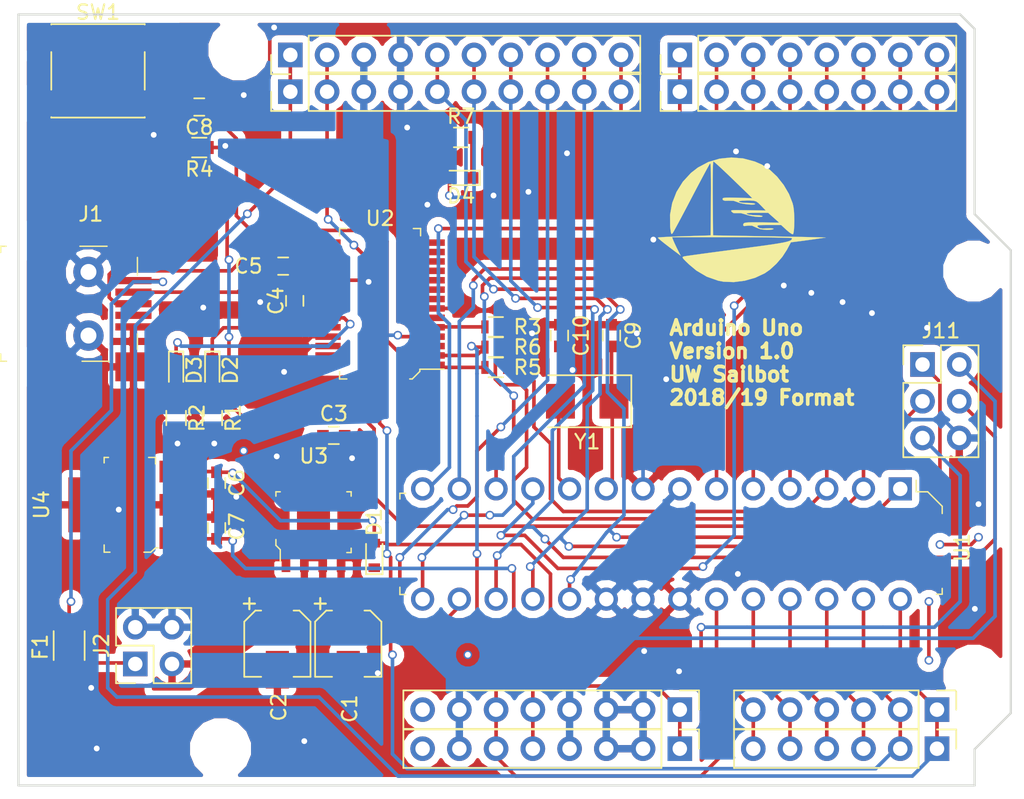
<source format=kicad_pcb>
(kicad_pcb (version 20171130) (host pcbnew "(5.0.1)-4")
  (layers (0 F.Cu signal) (31 B.Cu signal) (34 B.Paste user) (35 F.Paste user) (36 B.SilkS user) (37 F.SilkS user) (38 B.Mask user) (39 F.Mask user) (44 Edge.Cuts user))
  (net 0 "")
  (net 1 "Net-(C1-Pad1)")
  (net 2 GND)
  (net 3 5V)
  (net 4 VCC)
  (net 5 "Net-(C5-Pad2)")
  (net 6 Vin)
  (net 7 3.3V)
  (net 8 DTR)
  (net 9 "Net-(C8-Pad1)")
  (net 10 "Net-(C9-Pad2)")
  (net 11 "Net-(C10-Pad2)")
  (net 12 "Net-(D2-Pad2)")
  (net 13 "Net-(D2-Pad1)")
  (net 14 "Net-(D3-Pad2)")
  (net 15 "Net-(D3-Pad1)")
  (net 16 D13)
  (net 17 "Net-(D4-Pad1)")
  (net 18 5V_USB)
  (net 19 "Net-(F1-Pad2)")
  (net 20 "Net-(J1-Pad2)")
  (net 21 "Net-(J1-Pad3)")
  (net 22 "Net-(J1-Pad4)")
  (net 23 "Net-(J3-Pad8)")
  (net 24 A5)
  (net 25 A4)
  (net 26 A3)
  (net 27 A2)
  (net 28 A1)
  (net 29 A0)
  (net 30 D12)
  (net 31 D11)
  (net 32 D10)
  (net 33 D9)
  (net 34 D8)
  (net 35 D7)
  (net 36 D6)
  (net 37 D5)
  (net 38 D4)
  (net 39 D3)
  (net 40 D2)
  (net 41 TX)
  (net 42 RX)
  (net 43 "Net-(J7-Pad8)")
  (net 44 "Net-(R3-Pad1)")
  (net 45 "Net-(R5-Pad2)")
  (net 46 "Net-(U2-Pad3)")
  (net 47 "Net-(U2-Pad6)")
  (net 48 "Net-(U2-Pad8)")
  (net 49 "Net-(U2-Pad9)")
  (net 50 "Net-(U2-Pad10)")
  (net 51 "Net-(U2-Pad11)")
  (net 52 "Net-(U2-Pad12)")
  (net 53 "Net-(U2-Pad13)")
  (net 54 "Net-(U2-Pad14)")
  (net 55 "Net-(U2-Pad24)")
  (net 56 "Net-(U2-Pad27)")
  (net 57 "Net-(U2-Pad28)")
  (net 58 "Net-(U3-Pad5)")
  (net 59 "Net-(U3-Pad8)")
  (module digikey-footprints:SOT-223 (layer F.Cu) (at 107.7 93.9 90)
    (fp_text reference U4 (at 0 -6.1 90) (layer F.SilkS))
    (fp_text value AZ1117EH-3.3TRG1 hide)
    (pad 3 smd rect (at 2.3 3.15 90) (size 1.5 2.2) (layers F.Cu F.Paste F.Mask) (net 6 Vin))
    (pad 2 smd rect (at 0 3.15 90) (size 1.5 2.2) (layers F.Cu F.Paste F.Mask) (net 2 GND))
    (pad 1 smd rect (at -2.3 3.15 90) (size 1.5 2.2) (layers F.Cu F.Paste F.Mask) (net 7 3.3V))
    (pad 4 smd rect (at 0 -3.15 90) (size 3.8 2.2) (layers F.Cu F.Paste F.Mask) (net 2 GND))
  )
  (module Pin_Headers:Pin_Header_Straight_1x08_Pitch2.54mm (layer F.Cu) (at 145.72 108.06 270)
    (fp_text reference J3 hide)
    (fp_text value Conn_01x08 hide)
    (pad 1 thru_hole rect (at 0 0 270) (size 1.7 1.7) (drill 1) (layers *.Cu *.Mask) (net 6 Vin))
    (pad 2 thru_hole oval (at 0 2.54 270) (size 1.7 1.7) (drill 1) (layers *.Cu *.Mask) (net 2 GND))
    (pad 3 thru_hole oval (at 0 5.08 270) (size 1.7 1.7) (drill 1) (layers *.Cu *.Mask) (net 2 GND))
    (pad 4 thru_hole oval (at 0 7.62 270) (size 1.7 1.7) (drill 1) (layers *.Cu *.Mask) (net 4 VCC))
    (pad 5 thru_hole oval (at 0 10.16 270) (size 1.7 1.7) (drill 1) (layers *.Cu *.Mask) (net 7 3.3V))
    (pad 6 thru_hole oval (at 0 12.7 270) (size 1.7 1.7) (drill 1) (layers *.Cu *.Mask) (net 8 DTR))
    (pad 7 thru_hole oval (at 0 15.24 270) (size 1.7 1.7) (drill 1) (layers *.Cu *.Mask) (net 4 VCC))
    (pad 8 thru_hole oval (at 0 17.78 270) (size 1.7 1.7) (drill 1) (layers *.Cu *.Mask) (net 23 "Net-(J3-Pad8)"))
  )
  (module Mounting_Holes:MountingHole_3.2mm_M3 (layer F.Cu) (at 113.97 110.76)
    (fp_text reference REF** hide)
    (fp_text value MountingHole_3.2mm_M3 hide)
    (pad "" np_thru_hole circle (at 0 0) (size 3.2 3.2) (drill 3.2) (layers *.Cu *.Mask))
  )
  (module Mounting_Holes:MountingHole_3.2mm_M3 (layer F.Cu) (at 166.04 105.68)
    (fp_text reference REF** hide)
    (fp_text value MountingHole_3.2mm_M3 hide)
    (pad "" np_thru_hole circle (at 0 0) (size 3.2 3.2) (drill 3.2) (layers *.Cu *.Mask))
  )
  (module Mounting_Holes:MountingHole_3.2mm_M3 (layer F.Cu) (at 115.24 62.5)
    (fp_text reference REF** hide)
    (fp_text value MountingHole_3.2mm_M3 hide)
    (pad "" np_thru_hole circle (at 0 -0.05) (size 3.2 3.2) (drill 3.2) (layers *.Cu *.Mask))
  )
  (module Capacitors_SMD:CP_Elec_4x5.3 (layer F.Cu) (at 122.8 103.5 270)
    (fp_text reference C1 (at 4.5 -0.1 270) (layer F.SilkS))
    (fp_text value 47uF)
    (fp_text user + (at -2.77 2.01 270) (layer F.SilkS))
    (pad 1 smd rect (at -1.8 0 90) (size 2.6 1.6) (layers F.Cu F.Paste F.Mask) (net 6 Vin))
    (pad 2 smd rect (at 1.8 0 90) (size 2.6 1.6) (layers F.Cu F.Paste F.Mask) (net 2 GND))
  )
  (module Capacitors_SMD:CP_Elec_4x5.3 (layer F.Cu) (at 117.9 103.5 270)
    (fp_text reference C2 (at 4.4 -0.1 270) (layer F.SilkS))
    (fp_text value 47uF)
    (fp_text user + (at -2.77 2.01 270) (layer F.SilkS))
    (pad 1 smd rect (at -1.8 0 90) (size 2.6 1.6) (layers F.Cu F.Paste F.Mask) (net 3 5V))
    (pad 2 smd rect (at 1.8 0 90) (size 2.6 1.6) (layers F.Cu F.Paste F.Mask) (net 2 GND))
  )
  (module Capacitors_SMD:C_0603 (layer F.Cu) (at 121.8 89.1)
    (fp_text reference C3 (at 0 -1.5) (layer F.SilkS))
    (fp_text value 100n)
    (pad 2 smd rect (at 0.75 0) (size 0.8 0.75) (layers F.Cu F.Paste F.Mask) (net 2 GND))
    (pad 1 smd rect (at -0.75 0) (size 0.8 0.75) (layers F.Cu F.Paste F.Mask) (net 3 5V))
  )
  (module Capacitors_SMD:C_0603 (layer F.Cu) (at 119.1 79.8 90)
    (fp_text reference C4 (at 0 -1.3 90) (layer F.SilkS))
    (fp_text value 100n)
    (pad 2 smd rect (at 0.75 0 90) (size 0.8 0.75) (layers F.Cu F.Paste F.Mask) (net 4 VCC))
    (pad 1 smd rect (at -0.75 0 90) (size 0.8 0.75) (layers F.Cu F.Paste F.Mask) (net 2 GND))
  )
  (module Capacitors_SMD:C_0603 (layer F.Cu) (at 118.3 77.4)
    (fp_text reference C5 (at -2.4 0) (layer F.SilkS))
    (fp_text value 1uF)
    (pad 2 smd rect (at 0.75 0) (size 0.8 0.75) (layers F.Cu F.Paste F.Mask) (net 5 "Net-(C5-Pad2)"))
    (pad 1 smd rect (at -0.75 0) (size 0.8 0.75) (layers F.Cu F.Paste F.Mask) (net 2 GND))
  )
  (module Capacitors_SMD:C_0603 (layer F.Cu) (at 113.7 92.4 270)
    (fp_text reference C6 (at 0 -1.4 270) (layer F.SilkS))
    (fp_text value 1uF)
    (pad 2 smd rect (at 0.75 0 270) (size 0.8 0.75) (layers F.Cu F.Paste F.Mask) (net 2 GND))
    (pad 1 smd rect (at -0.75 0 270) (size 0.8 0.75) (layers F.Cu F.Paste F.Mask) (net 6 Vin))
  )
  (module Capacitors_SMD:C_0603 (layer F.Cu) (at 113.7 95.5 90)
    (fp_text reference C7 (at 0.1 1.4 90) (layer F.SilkS))
    (fp_text value 1uF)
    (pad 2 smd rect (at 0.75 0 90) (size 0.8 0.75) (layers F.Cu F.Paste F.Mask) (net 2 GND))
    (pad 1 smd rect (at -0.75 0 90) (size 0.8 0.75) (layers F.Cu F.Paste F.Mask) (net 7 3.3V))
  )
  (module Capacitors_SMD:C_0603 (layer F.Cu) (at 112.5 66.4)
    (fp_text reference C8 (at 0 1.4) (layer F.SilkS))
    (fp_text value 0.1uF)
    (pad 2 smd rect (at 0.75 0) (size 0.8 0.75) (layers F.Cu F.Paste F.Mask) (net 8 DTR))
    (pad 1 smd rect (at -0.75 0) (size 0.8 0.75) (layers F.Cu F.Paste F.Mask) (net 9 "Net-(C8-Pad1)"))
  )
  (module Capacitors_SMD:C_0603 (layer F.Cu) (at 141 82.2 270)
    (fp_text reference C9 (at 0 -1.5 270) (layer F.SilkS))
    (fp_text value 22pF)
    (pad 2 smd rect (at 0.75 0 270) (size 0.8 0.75) (layers F.Cu F.Paste F.Mask) (net 10 "Net-(C9-Pad2)"))
    (pad 1 smd rect (at -0.75 0 270) (size 0.8 0.75) (layers F.Cu F.Paste F.Mask) (net 2 GND))
  )
  (module Capacitors_SMD:C_0603 (layer F.Cu) (at 137.4 82.2 270)
    (fp_text reference C10 (at 0 -1.5 270) (layer F.SilkS))
    (fp_text value 22pF)
    (pad 2 smd rect (at 0.75 0 270) (size 0.8 0.75) (layers F.Cu F.Paste F.Mask) (net 11 "Net-(C10-Pad2)"))
    (pad 1 smd rect (at -0.75 0 270) (size 0.8 0.75) (layers F.Cu F.Paste F.Mask) (net 2 GND))
  )
  (module Diodes_SMD:D_0603 (layer F.Cu) (at 124.6 97.4 90)
    (fp_text reference D1 (at 2.3 0 90) (layer F.SilkS))
    (fp_text value D)
    (pad 1 smd rect (at -0.85 0 90) (size 0.6 0.8) (layers F.Cu F.Paste F.Mask) (net 1 "Net-(C1-Pad1)"))
    (pad 2 smd rect (at 0.85 0 90) (size 0.6 0.8) (layers F.Cu F.Paste F.Mask) (net 6 Vin))
  )
  (module LEDs:LED_0603 (layer F.Cu) (at 113.4 84.6 270)
    (fp_text reference D2 (at 0 -1.25 270) (layer F.SilkS))
    (fp_text value LED)
    (pad 2 smd rect (at 0.8 0 90) (size 0.8 0.8) (layers F.Cu F.Paste F.Mask) (net 12 "Net-(D2-Pad2)"))
    (pad 1 smd rect (at -0.8 0 90) (size 0.8 0.8) (layers F.Cu F.Paste F.Mask) (net 13 "Net-(D2-Pad1)"))
  )
  (module LEDs:LED_0603 (layer F.Cu) (at 110.9 84.6 270)
    (fp_text reference D3 (at 0 -1.25 270) (layer F.SilkS))
    (fp_text value LED)
    (pad 2 smd rect (at 0.8 0 90) (size 0.8 0.8) (layers F.Cu F.Paste F.Mask) (net 14 "Net-(D3-Pad2)"))
    (pad 1 smd rect (at -0.8 0 90) (size 0.8 0.8) (layers F.Cu F.Paste F.Mask) (net 15 "Net-(D3-Pad1)"))
  )
  (module LEDs:LED_0603 (layer F.Cu) (at 130.6 71.3 180)
    (fp_text reference D4 (at 0 -1.25 180) (layer F.SilkS))
    (fp_text value LED)
    (pad 2 smd rect (at 0.8 0) (size 0.8 0.8) (layers F.Cu F.Paste F.Mask) (net 16 D13))
    (pad 1 smd rect (at -0.8 0) (size 0.8 0.8) (layers F.Cu F.Paste F.Mask) (net 17 "Net-(D4-Pad1)"))
  )
  (module Fuse_Holders_and_Fuses:Fuse_SMD1206_Reflow (layer F.Cu) (at 103.505 103.632 90)
    (fp_text reference F1 (at -0.1 -2 90) (layer F.SilkS))
    (fp_text value Fuse)
    (pad 1 smd rect (at -1.2 0 180) (size 2.03 1.14) (layers F.Cu F.Paste F.Mask) (net 18 5V_USB))
    (pad 2 smd rect (at 1.2 0 180) (size 2.03 1.14) (layers F.Cu F.Paste F.Mask) (net 19 "Net-(F1-Pad2)"))
  )
  (module digikey-footprints:USB_Mini_B_Female_UJ2-MBH-1-SMT-TR (layer F.Cu) (at 100.1 80 270)
    (fp_text reference J1 (at -6.2 -4.9) (layer F.SilkS))
    (fp_text value UJ2-MBH-1-SMT-TR hide)
    (pad SH smd rect (at 4.36 -2.37 270) (size 2 2.5) (layers F.Cu F.Paste F.Mask) (net 2 GND))
    (pad SH smd rect (at -4.36 -2.37 270) (size 2 2.5) (layers F.Cu F.Paste F.Mask) (net 2 GND))
    (pad SH smd rect (at -4.36 -7.85 270) (size 2 2.5) (layers F.Cu F.Paste F.Mask) (net 2 GND))
    (pad SH smd rect (at 4.36 -7.85 270) (size 2 2.5) (layers F.Cu F.Paste F.Mask) (net 2 GND))
    (pad 1 smd rect (at -1.6 -7.85 270) (size 0.5 2.5) (layers F.Cu F.Paste F.Mask) (net 19 "Net-(F1-Pad2)"))
    (pad 2 smd rect (at -0.8 -7.85 270) (size 0.5 2.5) (layers F.Cu F.Paste F.Mask) (net 20 "Net-(J1-Pad2)"))
    (pad 3 smd rect (at 0 -7.85 270) (size 0.5 2.5) (layers F.Cu F.Paste F.Mask) (net 21 "Net-(J1-Pad3)"))
    (pad 4 smd rect (at 0.8 -7.85 270) (size 0.5 2.5) (layers F.Cu F.Paste F.Mask) (net 22 "Net-(J1-Pad4)"))
    (pad 5 smd rect (at 1.6 -7.85 270) (size 0.5 2.5) (layers F.Cu F.Paste F.Mask) (net 2 GND))
    (pad SH thru_hole circle (at -2.2 -4.74 270) (size 2.1 2.1) (drill 1.1) (layers *.Cu *.Mask) (net 2 GND))
    (pad SH thru_hole circle (at 2.2 -4.74 270) (size 2.1 2.1) (drill 1.1) (layers *.Cu *.Mask) (net 2 GND))
  )
  (module Pin_Headers:Pin_Header_Straight_2x02_Pitch2.54mm (layer F.Cu) (at 108.077 104.902 90)
    (fp_text reference J2 (at 1.27 -2.33 90) (layer F.SilkS))
    (fp_text value Conn_02x02_Odd_Even hide)
    (pad 1 thru_hole rect (at 0 0 90) (size 1.7 1.7) (drill 1) (layers *.Cu *.Mask) (net 18 5V_USB))
    (pad 2 thru_hole oval (at 2.54 0 90) (size 1.7 1.7) (drill 1) (layers *.Cu *.Mask) (net 4 VCC))
    (pad 3 thru_hole oval (at 0 2.54 90) (size 1.7 1.7) (drill 1) (layers *.Cu *.Mask) (net 3 5V))
    (pad 4 thru_hole oval (at 2.54 2.54 90) (size 1.7 1.7) (drill 1) (layers *.Cu *.Mask) (net 4 VCC))
  )
  (module Pin_Headers:Pin_Header_Straight_1x06_Pitch2.54mm (layer F.Cu) (at 163.5 108.06 270)
    (fp_text reference J4 hide)
    (fp_text value Conn_01x06 hide)
    (pad 1 thru_hole rect (at 0 0 270) (size 1.7 1.7) (drill 1) (layers *.Cu *.Mask) (net 24 A5))
    (pad 2 thru_hole oval (at 0 2.54 270) (size 1.7 1.7) (drill 1) (layers *.Cu *.Mask) (net 25 A4))
    (pad 3 thru_hole oval (at 0 5.08 270) (size 1.7 1.7) (drill 1) (layers *.Cu *.Mask) (net 26 A3))
    (pad 4 thru_hole oval (at 0 7.62 270) (size 1.7 1.7) (drill 1) (layers *.Cu *.Mask) (net 27 A2))
    (pad 5 thru_hole oval (at 0 10.16 270) (size 1.7 1.7) (drill 1) (layers *.Cu *.Mask) (net 28 A1))
    (pad 6 thru_hole oval (at 0 12.7 270) (size 1.7 1.7) (drill 1) (layers *.Cu *.Mask) (net 29 A0))
  )
  (module Pin_Headers:Pin_Header_Straight_1x10_Pitch2.54mm (layer F.Cu) (at 118.796 65.34 90)
    (fp_text reference J5 hide)
    (fp_text value Conn_01x10 hide)
    (pad 1 thru_hole rect (at 0 0 90) (size 1.7 1.7) (drill 1) (layers *.Cu *.Mask) (net 24 A5))
    (pad 2 thru_hole oval (at 0 2.54 90) (size 1.7 1.7) (drill 1) (layers *.Cu *.Mask) (net 25 A4))
    (pad 3 thru_hole oval (at 0 5.08 90) (size 1.7 1.7) (drill 1) (layers *.Cu *.Mask) (net 4 VCC))
    (pad 4 thru_hole oval (at 0 7.62 90) (size 1.7 1.7) (drill 1) (layers *.Cu *.Mask) (net 2 GND))
    (pad 5 thru_hole oval (at 0 10.16 90) (size 1.7 1.7) (drill 1) (layers *.Cu *.Mask) (net 16 D13))
    (pad 6 thru_hole oval (at 0 12.7 90) (size 1.7 1.7) (drill 1) (layers *.Cu *.Mask) (net 30 D12))
    (pad 7 thru_hole oval (at 0 15.24 90) (size 1.7 1.7) (drill 1) (layers *.Cu *.Mask) (net 31 D11))
    (pad 8 thru_hole oval (at 0 17.78 90) (size 1.7 1.7) (drill 1) (layers *.Cu *.Mask) (net 32 D10))
    (pad 9 thru_hole oval (at 0 20.32 90) (size 1.7 1.7) (drill 1) (layers *.Cu *.Mask) (net 33 D9))
    (pad 10 thru_hole oval (at 0 22.86 90) (size 1.7 1.7) (drill 1) (layers *.Cu *.Mask) (net 34 D8))
  )
  (module Pin_Headers:Pin_Header_Straight_1x08_Pitch2.54mm (layer F.Cu) (at 145.72 65.34 90)
    (fp_text reference J6 hide)
    (fp_text value Conn_01x08 hide)
    (pad 1 thru_hole rect (at 0 0 90) (size 1.7 1.7) (drill 1) (layers *.Cu *.Mask) (net 35 D7))
    (pad 2 thru_hole oval (at 0 2.54 90) (size 1.7 1.7) (drill 1) (layers *.Cu *.Mask) (net 36 D6))
    (pad 3 thru_hole oval (at 0 5.08 90) (size 1.7 1.7) (drill 1) (layers *.Cu *.Mask) (net 37 D5))
    (pad 4 thru_hole oval (at 0 7.62 90) (size 1.7 1.7) (drill 1) (layers *.Cu *.Mask) (net 38 D4))
    (pad 5 thru_hole oval (at 0 10.16 90) (size 1.7 1.7) (drill 1) (layers *.Cu *.Mask) (net 39 D3))
    (pad 6 thru_hole oval (at 0 12.7 90) (size 1.7 1.7) (drill 1) (layers *.Cu *.Mask) (net 40 D2))
    (pad 7 thru_hole oval (at 0 15.24 90) (size 1.7 1.7) (drill 1) (layers *.Cu *.Mask) (net 41 TX))
    (pad 8 thru_hole oval (at 0 17.78 90) (size 1.7 1.7) (drill 1) (layers *.Cu *.Mask) (net 42 RX))
  )
  (module Pin_Headers:Pin_Header_Straight_1x08_Pitch2.54mm (layer F.Cu) (at 145.72 110.76 270)
    (fp_text reference J7 hide)
    (fp_text value Conn_01x08 hide)
    (pad 1 thru_hole rect (at 0 0 270) (size 1.7 1.7) (drill 1) (layers *.Cu *.Mask) (net 6 Vin))
    (pad 2 thru_hole oval (at 0 2.54 270) (size 1.7 1.7) (drill 1) (layers *.Cu *.Mask) (net 2 GND))
    (pad 3 thru_hole oval (at 0 5.08 270) (size 1.7 1.7) (drill 1) (layers *.Cu *.Mask) (net 2 GND))
    (pad 4 thru_hole oval (at 0 7.62 270) (size 1.7 1.7) (drill 1) (layers *.Cu *.Mask) (net 4 VCC))
    (pad 5 thru_hole oval (at 0 10.16 270) (size 1.7 1.7) (drill 1) (layers *.Cu *.Mask) (net 7 3.3V))
    (pad 6 thru_hole oval (at 0 12.7 270) (size 1.7 1.7) (drill 1) (layers *.Cu *.Mask) (net 8 DTR))
    (pad 7 thru_hole oval (at 0 15.24 270) (size 1.7 1.7) (drill 1) (layers *.Cu *.Mask) (net 4 VCC))
    (pad 8 thru_hole oval (at 0 17.78 270) (size 1.7 1.7) (drill 1) (layers *.Cu *.Mask) (net 43 "Net-(J7-Pad8)"))
  )
  (module Pin_Headers:Pin_Header_Straight_1x06_Pitch2.54mm (layer F.Cu) (at 163.5 110.76 270)
    (fp_text reference J8 hide)
    (fp_text value Conn_01x06 hide)
    (pad 1 thru_hole rect (at 0 0 270) (size 1.7 1.7) (drill 1) (layers *.Cu *.Mask) (net 24 A5))
    (pad 2 thru_hole oval (at 0 2.54 270) (size 1.7 1.7) (drill 1) (layers *.Cu *.Mask) (net 25 A4))
    (pad 3 thru_hole oval (at 0 5.08 270) (size 1.7 1.7) (drill 1) (layers *.Cu *.Mask) (net 26 A3))
    (pad 4 thru_hole oval (at 0 7.62 270) (size 1.7 1.7) (drill 1) (layers *.Cu *.Mask) (net 27 A2))
    (pad 5 thru_hole oval (at 0 10.16 270) (size 1.7 1.7) (drill 1) (layers *.Cu *.Mask) (net 28 A1))
    (pad 6 thru_hole oval (at 0 12.7 270) (size 1.7 1.7) (drill 1) (layers *.Cu *.Mask) (net 29 A0))
  )
  (module Pin_Headers:Pin_Header_Straight_1x10_Pitch2.54mm (layer F.Cu) (at 118.796 62.8 90)
    (fp_text reference J9 hide)
    (fp_text value Conn_01x10 hide)
    (pad 1 thru_hole rect (at 0 0 90) (size 1.7 1.7) (drill 1) (layers *.Cu *.Mask) (net 24 A5))
    (pad 2 thru_hole oval (at 0 2.54 90) (size 1.7 1.7) (drill 1) (layers *.Cu *.Mask) (net 25 A4))
    (pad 3 thru_hole oval (at 0 5.08 90) (size 1.7 1.7) (drill 1) (layers *.Cu *.Mask) (net 4 VCC))
    (pad 4 thru_hole oval (at 0 7.62 90) (size 1.7 1.7) (drill 1) (layers *.Cu *.Mask) (net 2 GND))
    (pad 5 thru_hole oval (at 0 10.16 90) (size 1.7 1.7) (drill 1) (layers *.Cu *.Mask) (net 16 D13))
    (pad 6 thru_hole oval (at 0 12.7 90) (size 1.7 1.7) (drill 1) (layers *.Cu *.Mask) (net 30 D12))
    (pad 7 thru_hole oval (at 0 15.24 90) (size 1.7 1.7) (drill 1) (layers *.Cu *.Mask) (net 31 D11))
    (pad 8 thru_hole oval (at 0 17.78 90) (size 1.7 1.7) (drill 1) (layers *.Cu *.Mask) (net 32 D10))
    (pad 9 thru_hole oval (at 0 20.32 90) (size 1.7 1.7) (drill 1) (layers *.Cu *.Mask) (net 33 D9))
    (pad 10 thru_hole oval (at 0 22.86 90) (size 1.7 1.7) (drill 1) (layers *.Cu *.Mask) (net 34 D8))
  )
  (module Pin_Headers:Pin_Header_Straight_1x08_Pitch2.54mm (layer F.Cu) (at 145.72 62.8 90)
    (fp_text reference J10 hide)
    (fp_text value Conn_01x08 hide)
    (pad 1 thru_hole rect (at 0 0 90) (size 1.7 1.7) (drill 1) (layers *.Cu *.Mask) (net 35 D7))
    (pad 2 thru_hole oval (at 0 2.54 90) (size 1.7 1.7) (drill 1) (layers *.Cu *.Mask) (net 36 D6))
    (pad 3 thru_hole oval (at 0 5.08 90) (size 1.7 1.7) (drill 1) (layers *.Cu *.Mask) (net 37 D5))
    (pad 4 thru_hole oval (at 0 7.62 90) (size 1.7 1.7) (drill 1) (layers *.Cu *.Mask) (net 38 D4))
    (pad 5 thru_hole oval (at 0 10.16 90) (size 1.7 1.7) (drill 1) (layers *.Cu *.Mask) (net 39 D3))
    (pad 6 thru_hole oval (at 0 12.7 90) (size 1.7 1.7) (drill 1) (layers *.Cu *.Mask) (net 40 D2))
    (pad 7 thru_hole oval (at 0 15.24 90) (size 1.7 1.7) (drill 1) (layers *.Cu *.Mask) (net 41 TX))
    (pad 8 thru_hole oval (at 0 17.78 90) (size 1.7 1.7) (drill 1) (layers *.Cu *.Mask) (net 42 RX))
  )
  (module Pin_Headers:Pin_Header_Straight_2x03_Pitch2.54mm (layer F.Cu) (at 162.5 84.2)
    (fp_text reference J11 (at 1.27 -2.33) (layer F.SilkS))
    (fp_text value Conn_02x03_Odd_Even hide)
    (pad 1 thru_hole rect (at 0 0) (size 1.7 1.7) (drill 1) (layers *.Cu *.Mask) (net 30 D12))
    (pad 2 thru_hole oval (at 2.54 0) (size 1.7 1.7) (drill 1) (layers *.Cu *.Mask) (net 4 VCC))
    (pad 3 thru_hole oval (at 0 2.54) (size 1.7 1.7) (drill 1) (layers *.Cu *.Mask) (net 16 D13))
    (pad 4 thru_hole oval (at 2.54 2.54) (size 1.7 1.7) (drill 1) (layers *.Cu *.Mask) (net 31 D11))
    (pad 5 thru_hole oval (at 0 5.08) (size 1.7 1.7) (drill 1) (layers *.Cu *.Mask) (net 8 DTR))
    (pad 6 thru_hole oval (at 2.54 5.08) (size 1.7 1.7) (drill 1) (layers *.Cu *.Mask) (net 2 GND))
  )
  (module Resistors_SMD:R_0603 (layer F.Cu) (at 113.4 87.9 270)
    (fp_text reference R1 (at 0 -1.45 270) (layer F.SilkS))
    (fp_text value 1k)
    (pad 1 smd rect (at -0.75 0 270) (size 0.5 0.9) (layers F.Cu F.Paste F.Mask) (net 12 "Net-(D2-Pad2)"))
    (pad 2 smd rect (at 0.75 0 270) (size 0.5 0.9) (layers F.Cu F.Paste F.Mask) (net 4 VCC))
  )
  (module Resistors_SMD:R_0603 (layer F.Cu) (at 110.9 87.9 270)
    (fp_text reference R2 (at 0 -1.45 270) (layer F.SilkS))
    (fp_text value 1k)
    (pad 1 smd rect (at -0.75 0 270) (size 0.5 0.9) (layers F.Cu F.Paste F.Mask) (net 14 "Net-(D3-Pad2)"))
    (pad 2 smd rect (at 0.75 0 270) (size 0.5 0.9) (layers F.Cu F.Paste F.Mask) (net 4 VCC))
  )
  (module Resistors_SMD:R_0603 (layer F.Cu) (at 133 81.6)
    (fp_text reference R3 (at 2.2 0) (layer F.SilkS))
    (fp_text value 1k)
    (pad 1 smd rect (at -0.75 0) (size 0.5 0.9) (layers F.Cu F.Paste F.Mask) (net 44 "Net-(R3-Pad1)"))
    (pad 2 smd rect (at 0.75 0) (size 0.5 0.9) (layers F.Cu F.Paste F.Mask) (net 42 RX))
  )
  (module Resistors_SMD:R_0603 (layer F.Cu) (at 112.5 69.2)
    (fp_text reference R4 (at 0 1.5) (layer F.SilkS))
    (fp_text value 10k)
    (pad 1 smd rect (at -0.75 0) (size 0.5 0.9) (layers F.Cu F.Paste F.Mask) (net 9 "Net-(C8-Pad1)"))
    (pad 2 smd rect (at 0.75 0) (size 0.5 0.9) (layers F.Cu F.Paste F.Mask) (net 4 VCC))
  )
  (module Resistors_SMD:R_0603 (layer F.Cu) (at 133 84.4 180)
    (fp_text reference R5 (at -2.2 0 180) (layer F.SilkS))
    (fp_text value 1k)
    (pad 1 smd rect (at -0.75 0 180) (size 0.5 0.9) (layers F.Cu F.Paste F.Mask) (net 41 TX))
    (pad 2 smd rect (at 0.75 0 180) (size 0.5 0.9) (layers F.Cu F.Paste F.Mask) (net 45 "Net-(R5-Pad2)"))
  )
  (module Resistors_SMD:R_0603 (layer F.Cu) (at 133 83)
    (fp_text reference R6 (at 2.2 0) (layer F.SilkS))
    (fp_text value 1k)
    (pad 1 smd rect (at -0.75 0) (size 0.5 0.9) (layers F.Cu F.Paste F.Mask) (net 8 DTR))
    (pad 2 smd rect (at 0.75 0) (size 0.5 0.9) (layers F.Cu F.Paste F.Mask) (net 2 GND))
  )
  (module Resistors_SMD:R_0603 (layer F.Cu) (at 130.6 68.5)
    (fp_text reference R7 (at 0 -1.45) (layer F.SilkS))
    (fp_text value 200)
    (pad 1 smd rect (at -0.75 0) (size 0.5 0.9) (layers F.Cu F.Paste F.Mask) (net 2 GND))
    (pad 2 smd rect (at 0.75 0) (size 0.5 0.9) (layers F.Cu F.Paste F.Mask) (net 17 "Net-(D4-Pad1)"))
  )
  (module Buttons_Switches_SMD:SW_SPST_PTS645 (layer F.Cu) (at 105.5 63.9)
    (fp_text reference SW1 (at 0 -4.05) (layer F.SilkS))
    (fp_text value SW_Push)
    (pad 2 smd rect (at -3.98 2.25) (size 1.55 1.3) (layers F.Cu F.Paste F.Mask) (net 2 GND))
    (pad 1 smd rect (at -3.98 -2.25) (size 1.55 1.3) (layers F.Cu F.Paste F.Mask) (net 9 "Net-(C8-Pad1)"))
    (pad 1 smd rect (at 3.98 -2.25) (size 1.55 1.3) (layers F.Cu F.Paste F.Mask) (net 9 "Net-(C8-Pad1)"))
    (pad 2 smd rect (at 3.98 2.25) (size 1.55 1.3) (layers F.Cu F.Paste F.Mask) (net 2 GND))
  )
  (module digikey-footprints:DIP-28_W7.62mm (layer F.Cu) (at 160.96 92.8 270)
    (fp_text reference U1 (at 4.05 -4.28 270) (layer F.SilkS))
    (fp_text value ATMEGA328-PU hide)
    (pad 1 thru_hole rect (at 0 0 270) (size 1.6 1.6) (drill 1) (layers *.Cu *.Mask) (net 9 "Net-(C8-Pad1)"))
    (pad 2 thru_hole circle (at 0 2.54 270) (size 1.6 1.6) (drill 1) (layers *.Cu *.Mask) (net 42 RX))
    (pad 3 thru_hole circle (at 0 5.08 270) (size 1.6 1.6) (drill 1) (layers *.Cu *.Mask) (net 41 TX))
    (pad 4 thru_hole circle (at 0 7.62 270) (size 1.6 1.6) (drill 1) (layers *.Cu *.Mask) (net 40 D2))
    (pad 5 thru_hole circle (at 0 10.16 270) (size 1.6 1.6) (drill 1) (layers *.Cu *.Mask) (net 39 D3))
    (pad 6 thru_hole circle (at 0 12.7 270) (size 1.6 1.6) (drill 1) (layers *.Cu *.Mask) (net 38 D4))
    (pad 7 thru_hole circle (at 0 15.24 270) (size 1.6 1.6) (drill 1) (layers *.Cu *.Mask) (net 4 VCC))
    (pad 8 thru_hole circle (at 0 17.78 270) (size 1.6 1.6) (drill 1) (layers *.Cu *.Mask) (net 2 GND))
    (pad 9 thru_hole circle (at 0 20.32 270) (size 1.6 1.6) (drill 1) (layers *.Cu *.Mask) (net 10 "Net-(C9-Pad2)"))
    (pad 10 thru_hole circle (at 0 22.86 270) (size 1.6 1.6) (drill 1) (layers *.Cu *.Mask) (net 11 "Net-(C10-Pad2)"))
    (pad 11 thru_hole circle (at 0 25.4 270) (size 1.6 1.6) (drill 1) (layers *.Cu *.Mask) (net 37 D5))
    (pad 12 thru_hole circle (at 0 27.94 270) (size 1.6 1.6) (drill 1) (layers *.Cu *.Mask) (net 36 D6))
    (pad 13 thru_hole circle (at 0 30.48 270) (size 1.6 1.6) (drill 1) (layers *.Cu *.Mask) (net 35 D7))
    (pad 14 thru_hole circle (at 0 33.02 270) (size 1.6 1.6) (drill 1) (layers *.Cu *.Mask) (net 34 D8))
    (pad 15 thru_hole circle (at 7.62 33.02 270) (size 1.6 1.6) (drill 1) (layers *.Cu *.Mask) (net 33 D9))
    (pad 16 thru_hole circle (at 7.62 30.48 270) (size 1.6 1.6) (drill 1) (layers *.Cu *.Mask) (net 32 D10))
    (pad 17 thru_hole circle (at 7.62 27.94 270) (size 1.6 1.6) (drill 1) (layers *.Cu *.Mask) (net 31 D11))
    (pad 18 thru_hole circle (at 7.62 25.4 270) (size 1.6 1.6) (drill 1) (layers *.Cu *.Mask) (net 30 D12))
    (pad 19 thru_hole circle (at 7.62 22.86 270) (size 1.6 1.6) (drill 1) (layers *.Cu *.Mask) (net 16 D13))
    (pad 20 thru_hole circle (at 7.62 20.32 270) (size 1.6 1.6) (drill 1) (layers *.Cu *.Mask) (net 4 VCC))
    (pad 21 thru_hole circle (at 7.62 17.78 270) (size 1.6 1.6) (drill 1) (layers *.Cu *.Mask) (net 4 VCC))
    (pad 22 thru_hole circle (at 7.62 15.24 270) (size 1.6 1.6) (drill 1) (layers *.Cu *.Mask) (net 2 GND))
    (pad 23 thru_hole circle (at 7.62 12.7 270) (size 1.6 1.6) (drill 1) (layers *.Cu *.Mask) (net 29 A0))
    (pad 24 thru_hole circle (at 7.62 10.16 270) (size 1.6 1.6) (drill 1) (layers *.Cu *.Mask) (net 28 A1))
    (pad 25 thru_hole circle (at 7.62 7.62 270) (size 1.6 1.6) (drill 1) (layers *.Cu *.Mask) (net 27 A2))
    (pad 26 thru_hole circle (at 7.62 5.08 270) (size 1.6 1.6) (drill 1) (layers *.Cu *.Mask) (net 26 A3))
    (pad 27 thru_hole circle (at 7.62 2.54 270) (size 1.6 1.6) (drill 1) (layers *.Cu *.Mask) (net 25 A4))
    (pad 28 thru_hole circle (at 7.62 0 270) (size 1.6 1.6) (drill 1) (layers *.Cu *.Mask) (net 24 A5))
  )
  (module digikey-footprints:SSOP-28_W5.30mm (layer F.Cu) (at 125 80 90)
    (fp_text reference U2 (at 5.9 0 180) (layer F.SilkS))
    (fp_text value FT232RL-REEL)
    (pad 1 smd rect (at -4.225 3.6 90) (size 0.45 1.75) (layers F.Cu F.Paste F.Mask) (net 45 "Net-(R5-Pad2)"))
    (pad 2 smd rect (at -3.575 3.6 90) (size 0.45 1.75) (layers F.Cu F.Paste F.Mask) (net 8 DTR))
    (pad 3 smd rect (at -2.925 3.6 90) (size 0.45 1.75) (layers F.Cu F.Paste F.Mask) (net 46 "Net-(U2-Pad3)"))
    (pad 4 smd rect (at -2.275 3.6 90) (size 0.45 1.75) (layers F.Cu F.Paste F.Mask) (net 4 VCC))
    (pad 5 smd rect (at -1.625 3.6 90) (size 0.45 1.75) (layers F.Cu F.Paste F.Mask) (net 44 "Net-(R3-Pad1)"))
    (pad 6 smd rect (at -0.975 3.6 90) (size 0.45 1.75) (layers F.Cu F.Paste F.Mask) (net 47 "Net-(U2-Pad6)"))
    (pad 7 smd rect (at -0.325 3.6 90) (size 0.45 1.75) (layers F.Cu F.Paste F.Mask) (net 2 GND))
    (pad 8 smd rect (at 0.325 3.6 90) (size 0.45 1.75) (layers F.Cu F.Paste F.Mask) (net 48 "Net-(U2-Pad8)"))
    (pad 9 smd rect (at 0.975 3.6 90) (size 0.45 1.75) (layers F.Cu F.Paste F.Mask) (net 49 "Net-(U2-Pad9)"))
    (pad 10 smd rect (at 1.625 3.6 90) (size 0.45 1.75) (layers F.Cu F.Paste F.Mask) (net 50 "Net-(U2-Pad10)"))
    (pad 11 smd rect (at 2.275 3.6 90) (size 0.45 1.75) (layers F.Cu F.Paste F.Mask) (net 51 "Net-(U2-Pad11)"))
    (pad 12 smd rect (at 2.925 3.6 90) (size 0.45 1.75) (layers F.Cu F.Paste F.Mask) (net 52 "Net-(U2-Pad12)"))
    (pad 13 smd rect (at 3.575 3.6 90) (size 0.45 1.75) (layers F.Cu F.Paste F.Mask) (net 53 "Net-(U2-Pad13)"))
    (pad 14 smd rect (at 4.225 3.6 90) (size 0.45 1.75) (layers F.Cu F.Paste F.Mask) (net 54 "Net-(U2-Pad14)"))
    (pad 15 smd rect (at 4.225 -3.6 90) (size 0.45 1.75) (layers F.Cu F.Paste F.Mask) (net 21 "Net-(J1-Pad3)"))
    (pad 16 smd rect (at 3.575 -3.6 90) (size 0.45 1.75) (layers F.Cu F.Paste F.Mask) (net 20 "Net-(J1-Pad2)"))
    (pad 17 smd rect (at 2.925 -3.6 90) (size 0.45 1.75) (layers F.Cu F.Paste F.Mask) (net 5 "Net-(C5-Pad2)"))
    (pad 18 smd rect (at 2.275 -3.6 90) (size 0.45 1.75) (layers F.Cu F.Paste F.Mask) (net 2 GND))
    (pad 19 smd rect (at 1.625 -3.6 90) (size 0.45 1.75) (layers F.Cu F.Paste F.Mask) (net 4 VCC))
    (pad 20 smd rect (at 0.975 -3.6 90) (size 0.45 1.75) (layers F.Cu F.Paste F.Mask) (net 4 VCC))
    (pad 21 smd rect (at 0.325 -3.6 90) (size 0.45 1.75) (layers F.Cu F.Paste F.Mask) (net 2 GND))
    (pad 22 smd rect (at -0.325 -3.6 90) (size 0.45 1.75) (layers F.Cu F.Paste F.Mask) (net 13 "Net-(D2-Pad1)"))
    (pad 23 smd rect (at -0.975 -3.6 90) (size 0.45 1.75) (layers F.Cu F.Paste F.Mask) (net 15 "Net-(D3-Pad1)"))
    (pad 24 smd rect (at -1.625 -3.6 90) (size 0.45 1.75) (layers F.Cu F.Paste F.Mask) (net 55 "Net-(U2-Pad24)"))
    (pad 25 smd rect (at -2.275 -3.6 90) (size 0.45 1.75) (layers F.Cu F.Paste F.Mask) (net 2 GND))
    (pad 26 smd rect (at -2.925 -3.6 90) (size 0.45 1.75) (layers F.Cu F.Paste F.Mask) (net 2 GND))
    (pad 27 smd rect (at -3.575 -3.6 90) (size 0.45 1.75) (layers F.Cu F.Paste F.Mask) (net 56 "Net-(U2-Pad27)"))
    (pad 28 smd rect (at -4.225 -3.6 90) (size 0.45 1.75) (layers F.Cu F.Paste F.Mask) (net 57 "Net-(U2-Pad28)"))
  )
  (module digikey-footprints:SOIC-8_W3.9mm (layer F.Cu) (at 120.4 95.1)
    (fp_text reference U3 (at 0.01778 -4.56946) (layer F.SilkS))
    (fp_text value MC33269DR2-5.0G hide)
    (pad 1 smd rect (at -1.905 2.45) (size 0.6 2) (layers F.Cu F.Paste F.Mask) (net 2 GND))
    (pad 2 smd rect (at -0.635 2.45) (size 0.6 2) (layers F.Cu F.Paste F.Mask) (net 3 5V))
    (pad 4 smd rect (at 1.905 2.45) (size 0.6 2) (layers F.Cu F.Paste F.Mask) (net 6 Vin))
    (pad 5 smd rect (at 1.905 -2.45) (size 0.6 2) (layers F.Cu F.Paste F.Mask) (net 58 "Net-(U3-Pad5)"))
    (pad 6 smd rect (at 0.635 -2.45) (size 0.6 2) (layers F.Cu F.Paste F.Mask) (net 3 5V))
    (pad 7 smd rect (at -0.635 -2.45) (size 0.6 2) (layers F.Cu F.Paste F.Mask) (net 3 5V))
    (pad 8 smd rect (at -1.905 -2.45) (size 0.6 2) (layers F.Cu F.Paste F.Mask) (net 59 "Net-(U3-Pad8)"))
    (pad 3 smd rect (at 0.635 2.45) (size 0.6 2) (layers F.Cu F.Paste F.Mask) (net 3 5V))
  )
  (module Mounting_Holes:MountingHole_3.2mm_M3 (layer F.Cu) (at 166.04 77.74)
    (fp_text reference REF** hide)
    (fp_text value MountingHole_3.2mm_M3 hide)
    (pad "" np_thru_hole circle (at 0 0) (size 3.2 3.2) (drill 3.2) (layers *.Cu *.Mask))
  )
  (module Crystals:Crystal_SMD_5032-2pin_5.0x3.2mm (layer F.Cu) (at 139.319 86.741 180)
    (fp_text reference Y1 (at 0 -2.8 180) (layer F.SilkS))
    (fp_text value Crystal)
    (pad 1 smd rect (at -1.85 0 180) (size 2 2.4) (layers F.Cu F.Paste F.Mask) (net 10 "Net-(C9-Pad2)"))
    (pad 2 smd rect (at 1.85 0 180) (size 2 2.4) (layers F.Cu F.Paste F.Mask) (net 11 "Net-(C10-Pad2)"))
  )
  (module "SailBot:PCB Logo" (layer F.Cu) (at 149.925 74.725)
    (fp_text reference G*** hide)
    (fp_text value LOGO hide)
  )
  (gr_text "Arduino Uno\nVersion 1.0\nUW Sailbot\n2018/19 Format" (at 144.875 84.075) (layer F.SilkS) (effects (font (size 1 1) (thickness 0.25)) (justify left)))
  (gr_line (start 165.1 60) (end 166.1 61) (angle 90) (layer Edge.Cuts) (width 0.15))
  (gr_line (start 166.1 61) (end 166.1 73.8) (angle 90) (layer Edge.Cuts) (width 0.15))
  (gr_line (start 168.6 76.3) (end 166.1 73.8) (angle 90) (layer Edge.Cuts) (width 0.15))
  (gr_line (start 168.6 108.3) (end 168.6 76.3) (angle 90) (layer Edge.Cuts) (width 0.15))
  (gr_line (start 166.1 110.8) (end 168.6 108.3) (angle 90) (layer Edge.Cuts) (width 0.15))
  (gr_line (start 166.1 113.3) (end 166.1 110.8) (angle 90) (layer Edge.Cuts) (width 0.15))
  (gr_line (start 100 113.3) (end 166.1 113.3) (angle 90) (layer Edge.Cuts) (width 0.15))
  (gr_line (start 100 60) (end 100 113.3) (angle 90) (layer Edge.Cuts) (width 0.15))
  (gr_line (start 100 60) (end 165.1 60) (angle 90) (layer Edge.Cuts) (width 0.15))
  (via (at 166.37 96.139) (size 0.6) (drill 0.4) (layers F.Cu B.Cu) (net 0))
  (via (at 163.703 96.647) (size 0.6) (drill 0.4) (layers F.Cu B.Cu) (net 0))
  (segment (start 163.703 96.647) (end 165.862 96.647) (width 0.25) (layer F.Cu) (net 0))
  (segment (start 165.862 96.647) (end 166.37 96.139) (width 0.25) (layer F.Cu) (net 0))
  (via (at 162.941 100.584) (size 0.6) (drill 0.4) (layers F.Cu B.Cu) (net 0))
  (via (at 162.941 104.648) (size 0.6) (drill 0.4) (layers F.Cu B.Cu) (net 0))
  (segment (start 162.941 100.584) (end 162.941 104.648) (width 0.25) (layer F.Cu) (net 0))
  (segment (start 165.04 89.28) (end 165.04 89.094) (width 0.25) (layer B.Cu) (net 2))
  (segment (start 165.04 89.094) (end 163.957 88.011) (width 0.25) (layer B.Cu) (net 2))
  (segment (start 163.957 88.011) (end 160.528 88.011) (width 0.25) (layer B.Cu) (net 2))
  (segment (start 160.528 88.011) (end 160.147 88.011) (width 0.25) (layer B.Cu) (net 2))
  (segment (start 143.18 92.8) (end 143.18 91.262) (width 0.25) (layer B.Cu) (net 2))
  (segment (start 143.18 91.262) (end 143.891 90.551) (width 0.25) (layer B.Cu) (net 2))
  (segment (start 126.416 62.8) (end 126.416 65.34) (width 0.25) (layer F.Cu) (net 2))
  (via (at 116.713 79.883) (size 0.6) (drill 0.4) (layers F.Cu B.Cu) (net 2))
  (via (at 112.776 80.264) (size 0.6) (drill 0.4) (layers F.Cu B.Cu) (net 2))
  (segment (start 119.1 80.525) (end 119.1 80.55) (width 0.25) (layer F.Cu) (net 2))
  (segment (start 119.95 79.675) (end 119.1 80.525) (width 0.25) (layer F.Cu) (net 2))
  (segment (start 121.4 79.675) (end 119.95 79.675) (width 0.25) (layer F.Cu) (net 2))
  (via (at 106.934 94.234) (size 0.6) (drill 0.4) (layers F.Cu B.Cu) (net 2))
  (via (at 124.841 105.537) (size 0.6) (drill 0.4) (layers F.Cu B.Cu) (net 2))
  (via (at 119.761 110.236) (size 0.6) (drill 0.4) (layers F.Cu B.Cu) (net 2))
  (via (at 105.41 110.744) (size 0.6) (drill 0.4) (layers F.Cu B.Cu) (net 2))
  (via (at 105.029 106.553) (size 0.6) (drill 0.4) (layers F.Cu B.Cu) (net 2))
  (via (at 131.064 104.267) (size 0.6) (drill 0.4) (layers F.Cu B.Cu) (net 2))
  (via (at 115.57 90.17) (size 0.6) (drill 0.4) (layers F.Cu B.Cu) (net 2))
  (via (at 115.062 93.345) (size 0.6) (drill 0.4) (layers F.Cu B.Cu) (net 2))
  (via (at 145.669 105.41) (size 0.6) (drill 0.4) (layers F.Cu B.Cu) (net 2))
  (via (at 143.256 104.013) (size 0.6) (drill 0.4) (layers F.Cu B.Cu) (net 2))
  (via (at 149.733 98.679) (size 0.6) (drill 0.4) (layers F.Cu B.Cu) (net 2))
  (via (at 166.116 101.092) (size 0.6) (drill 0.4) (layers F.Cu B.Cu) (net 2))
  (via (at 166.37 93.853) (size 0.6) (drill 0.4) (layers F.Cu B.Cu) (net 2))
  (via (at 162.814 81.661) (size 0.6) (drill 0.4) (layers F.Cu B.Cu) (net 2))
  (via (at 159.004 80.645) (size 0.6) (drill 0.4) (layers F.Cu B.Cu) (net 2))
  (via (at 156.972 79.883) (size 0.6) (drill 0.4) (layers F.Cu B.Cu) (net 2))
  (via (at 154.813 79.248) (size 0.6) (drill 0.4) (layers F.Cu B.Cu) (net 2))
  (via (at 152.908 78.74) (size 0.6) (drill 0.4) (layers F.Cu B.Cu) (net 2))
  (via (at 144.78 85.217) (size 0.6) (drill 0.4) (layers F.Cu B.Cu) (net 2))
  (via (at 142.748 82.042) (size 0.6) (drill 0.4) (layers F.Cu B.Cu) (net 2))
  (via (at 138.303 84.582) (size 0.6) (drill 0.4) (layers F.Cu B.Cu) (net 2))
  (via (at 135.509 82.042) (size 0.6) (drill 0.4) (layers F.Cu B.Cu) (net 2))
  (via (at 143.891 75.565) (size 0.6) (drill 0.4) (layers F.Cu B.Cu) (net 2))
  (via (at 149.606 69.469) (size 0.6) (drill 0.4) (layers F.Cu B.Cu) (net 2))
  (via (at 151.765 70.485) (size 0.6) (drill 0.4) (layers F.Cu B.Cu) (net 2))
  (via (at 137.922 69.596) (size 0.6) (drill 0.4) (layers F.Cu B.Cu) (net 2))
  (via (at 135.255 72.263) (size 0.6) (drill 0.4) (layers F.Cu B.Cu) (net 2))
  (via (at 132.842 72.517) (size 0.6) (drill 0.4) (layers F.Cu B.Cu) (net 2))
  (via (at 118.364 84.709) (size 0.6) (drill 0.4) (layers F.Cu B.Cu) (net 2))
  (segment (start 122.05 82.275) (end 121.4 82.275) (width 0.25) (layer F.Cu) (net 2))
  (segment (start 120.275 82.925) (end 119.761 83.439) (width 0.25) (layer F.Cu) (net 2))
  (segment (start 121.4 82.925) (end 120.275 82.925) (width 0.25) (layer F.Cu) (net 2))
  (segment (start 119.761 83.439) (end 119.126 83.439) (width 0.25) (layer F.Cu) (net 2))
  (segment (start 120.275 82.275) (end 119.619 82.931) (width 0.25) (layer F.Cu) (net 2))
  (segment (start 121.4 82.275) (end 120.275 82.275) (width 0.25) (layer F.Cu) (net 2))
  (via (at 128.27 73.152) (size 0.6) (drill 0.4) (layers F.Cu B.Cu) (net 2))
  (via (at 126.873 67.818) (size 0.6) (drill 0.4) (layers F.Cu B.Cu) (net 2))
  (via (at 123.063 90.678) (size 0.6) (drill 0.4) (layers F.Cu B.Cu) (net 2))
  (via (at 117.856 90.551) (size 0.6) (drill 0.4) (layers F.Cu B.Cu) (net 2))
  (segment (start 122.154 79.629) (end 121.775 79.25) (width 0.25) (layer B.Cu) (net 2))
  (segment (start 127.475 80.325) (end 127.25 80.1) (width 0.25) (layer F.Cu) (net 2))
  (segment (start 128.6 80.325) (end 127.475 80.325) (width 0.25) (layer F.Cu) (net 2))
  (segment (start 127.25 80.1) (end 127.25 80) (width 0.25) (layer F.Cu) (net 2))
  (segment (start 127.25 80) (end 126.8 79.55) (width 0.25) (layer F.Cu) (net 2))
  (segment (start 129.725 80.325) (end 129.975 80.075) (width 0.25) (layer F.Cu) (net 2))
  (segment (start 128.6 80.325) (end 129.725 80.325) (width 0.25) (layer F.Cu) (net 2))
  (segment (start 119.675001 78.324999) (end 118.025001 78.324999) (width 0.25) (layer F.Cu) (net 2))
  (segment (start 121.4 77.725) (end 120.275 77.725) (width 0.25) (layer F.Cu) (net 2))
  (segment (start 120.275 77.725) (end 119.675001 78.324999) (width 0.25) (layer F.Cu) (net 2))
  (segment (start 118.025001 78.324999) (end 117.475 78.875) (width 0.25) (layer F.Cu) (net 2))
  (via (at 109.35 68.325) (size 0.6) (drill 0.4) (layers F.Cu B.Cu) (net 2))
  (via (at 117.675 60.9) (size 0.6) (drill 0.4) (layers F.Cu B.Cu) (net 2))
  (via (at 115.575 65.575) (size 0.6) (drill 0.4) (layers F.Cu B.Cu) (net 2))
  (segment (start 117.375001 63.774999) (end 115.575 65.575) (width 0.25) (layer F.Cu) (net 2))
  (segment (start 117.675 60.9) (end 117.375001 61.199999) (width 0.25) (layer F.Cu) (net 2))
  (segment (start 117.375001 61.199999) (end 117.375001 63.774999) (width 0.25) (layer F.Cu) (net 2))
  (segment (start 115.575 65.575) (end 115.150736 65.575) (width 0.25) (layer B.Cu) (net 2))
  (segment (start 115.125 65.549264) (end 115.150736 65.575) (width 0.25) (layer B.Cu) (net 2))
  (segment (start 121.4 78.375) (end 121.4 79.025) (width 0.25) (layer F.Cu) (net 4))
  (segment (start 119.1 79.05) (end 121.375 79.05) (width 0.25) (layer F.Cu) (net 4))
  (segment (start 121.375 79.05) (end 121.4 79.025) (width 0.25) (layer F.Cu) (net 4))
  (segment (start 113.4 88.65) (end 113.4 89.524) (width 0.25) (layer F.Cu) (net 4))
  (via (at 113.538 89.662) (size 0.6) (drill 0.4) (layers F.Cu B.Cu) (net 4))
  (segment (start 113.4 89.524) (end 113.538 89.662) (width 0.25) (layer F.Cu) (net 4))
  (segment (start 110.9 88.65) (end 110.9 89.564) (width 0.25) (layer F.Cu) (net 4))
  (via (at 110.998 89.662) (size 0.6) (drill 0.4) (layers F.Cu B.Cu) (net 4))
  (segment (start 110.9 89.564) (end 110.998 89.662) (width 0.25) (layer F.Cu) (net 4))
  (segment (start 165.04 84.268) (end 167.513 86.741) (width 0.25) (layer B.Cu) (net 4))
  (segment (start 165.989 103.124) (end 140.081 103.124) (width 0.25) (layer B.Cu) (net 4))
  (segment (start 167.513 101.6) (end 165.989 103.124) (width 0.25) (layer B.Cu) (net 4))
  (segment (start 167.513 86.741) (end 167.513 101.6) (width 0.25) (layer B.Cu) (net 4))
  (segment (start 165.04 84.2) (end 165.04 84.268) (width 0.25) (layer B.Cu) (net 4))
  (segment (start 124.095 78.375) (end 124.206 78.486) (width 0.25) (layer F.Cu) (net 4))
  (via (at 124.206 78.486) (size 0.6) (drill 0.4) (layers F.Cu B.Cu) (net 4))
  (segment (start 124.095 78.375) (end 121.4 78.375) (width 0.25) (layer F.Cu) (net 4))
  (segment (start 113.25 69.2) (end 114.188 69.2) (width 0.25) (layer F.Cu) (net 4))
  (via (at 114.3 69.088) (size 0.6) (drill 0.4) (layers F.Cu B.Cu) (net 4))
  (segment (start 114.188 69.2) (end 114.3 69.088) (width 0.25) (layer F.Cu) (net 4))
  (segment (start 123.876 62.8) (end 123.876 65.34) (width 0.25) (layer F.Cu) (net 4))
  (via (at 126.225 82.175) (size 0.6) (drill 0.4) (layers F.Cu B.Cu) (net 4))
  (segment (start 128.6 82.275) (end 126.325 82.275) (width 0.25) (layer F.Cu) (net 4))
  (segment (start 126.325 82.275) (end 126.225 82.175) (width 0.25) (layer F.Cu) (net 4))
  (segment (start 126.225 82.175) (end 124.825 82.175) (width 0.25) (layer B.Cu) (net 4))
  (segment (start 119.05 77.4) (end 119.2976 77.4) (width 0.25) (layer F.Cu) (net 5))
  (segment (start 119.2976 77.4) (end 119.6226 77.075) (width 0.25) (layer F.Cu) (net 5))
  (segment (start 119.6226 77.075) (end 121.4 77.075) (width 0.25) (layer F.Cu) (net 5))
  (segment (start 124.6 96.55) (end 125.379 96.55) (width 0.25) (layer F.Cu) (net 6))
  (segment (start 144.086 106.426) (end 145.72 108.06) (width 0.25) (layer F.Cu) (net 6))
  (segment (start 137.414 106.426) (end 144.086 106.426) (width 0.25) (layer F.Cu) (net 6))
  (segment (start 136.779 105.791) (end 137.414 106.426) (width 0.25) (layer F.Cu) (net 6))
  (segment (start 136.779 98.679) (end 136.779 105.791) (width 0.25) (layer F.Cu) (net 6))
  (segment (start 134.747 96.647) (end 136.779 98.679) (width 0.25) (layer F.Cu) (net 6))
  (segment (start 125.476 96.647) (end 134.747 96.647) (width 0.25) (layer F.Cu) (net 6))
  (segment (start 125.379 96.55) (end 125.476 96.647) (width 0.25) (layer F.Cu) (net 6))
  (segment (start 113.7 91.65) (end 114.764 91.65) (width 0.25) (layer F.Cu) (net 6))
  (segment (start 124.6 95.136) (end 124.6 96.55) (width 0.25) (layer F.Cu) (net 6))
  (segment (start 124.46 94.996) (end 124.6 95.136) (width 0.25) (layer F.Cu) (net 6))
  (via (at 124.46 94.996) (size 0.6) (drill 0.4) (layers F.Cu B.Cu) (net 6))
  (segment (start 118.11 94.996) (end 124.46 94.996) (width 0.25) (layer B.Cu) (net 6))
  (segment (start 114.808 91.694) (end 118.11 94.996) (width 0.25) (layer B.Cu) (net 6))
  (via (at 114.808 91.694) (size 0.6) (drill 0.4) (layers F.Cu B.Cu) (net 6))
  (segment (start 114.764 91.65) (end 114.808 91.694) (width 0.25) (layer F.Cu) (net 6))
  (segment (start 145.72 108.06) (end 145.72 110.76) (width 0.25) (layer F.Cu) (net 6))
  (segment (start 110.85 91.6) (end 113.65 91.6) (width 0.25) (layer F.Cu) (net 6))
  (segment (start 113.65 91.6) (end 113.7 91.65) (width 0.25) (layer F.Cu) (net 6))
  (segment (start 135.56 108.06) (end 135.56 106.604) (width 0.25) (layer F.Cu) (net 7))
  (segment (start 114.665 96.25) (end 113.7 96.25) (width 0.25) (layer F.Cu) (net 7))
  (segment (start 114.808 96.393) (end 114.665 96.25) (width 0.25) (layer F.Cu) (net 7))
  (via (at 114.808 96.393) (size 0.6) (drill 0.4) (layers F.Cu B.Cu) (net 7))
  (segment (start 114.808 97.409) (end 114.808 96.393) (width 0.25) (layer B.Cu) (net 7))
  (segment (start 115.697 98.298) (end 114.808 97.409) (width 0.25) (layer B.Cu) (net 7))
  (segment (start 117.856 98.298) (end 115.697 98.298) (width 0.25) (layer B.Cu) (net 7))
  (segment (start 119.634 98.298) (end 117.856 98.298) (width 0.25) (layer B.Cu) (net 7))
  (segment (start 124.46 98.298) (end 119.634 98.298) (width 0.25) (layer B.Cu) (net 7))
  (segment (start 134.112 98.298) (end 124.46 98.298) (width 0.25) (layer B.Cu) (net 7))
  (via (at 134.112 98.298) (size 0.6) (drill 0.4) (layers F.Cu B.Cu) (net 7))
  (segment (start 134.239 98.425) (end 134.112 98.298) (width 0.25) (layer F.Cu) (net 7))
  (segment (start 134.239 105.283) (end 134.239 98.425) (width 0.25) (layer F.Cu) (net 7))
  (segment (start 135.56 106.604) (end 134.239 105.283) (width 0.25) (layer F.Cu) (net 7))
  (segment (start 135.56 108.06) (end 135.56 110.76) (width 0.25) (layer F.Cu) (net 7))
  (segment (start 113.7 96.25) (end 110.9 96.25) (width 0.25) (layer F.Cu) (net 7))
  (segment (start 110.9 96.25) (end 110.85 96.2) (width 0.25) (layer F.Cu) (net 7))
  (segment (start 147.193 103.124) (end 147.193 102.362) (width 0.25) (layer F.Cu) (net 8))
  (segment (start 134.366 112.649) (end 147.193 112.649) (width 0.25) (layer F.Cu) (net 8))
  (segment (start 147.193 112.649) (end 148.59 111.252) (width 0.25) (layer F.Cu) (net 8))
  (segment (start 148.59 111.252) (end 148.59 106.934) (width 0.25) (layer F.Cu) (net 8))
  (segment (start 148.59 106.934) (end 147.193 105.537) (width 0.25) (layer F.Cu) (net 8))
  (segment (start 147.193 105.537) (end 147.193 103.124) (width 0.25) (layer F.Cu) (net 8))
  (segment (start 133.02 111.303) (end 134.366 112.649) (width 0.25) (layer F.Cu) (net 8))
  (segment (start 165.1 91.88) (end 162.5 89.28) (width 0.25) (layer B.Cu) (net 8))
  (segment (start 165.1 100.584) (end 165.1 91.88) (width 0.25) (layer B.Cu) (net 8))
  (segment (start 163.322 102.362) (end 165.1 100.584) (width 0.25) (layer B.Cu) (net 8))
  (segment (start 159.766 102.362) (end 163.322 102.362) (width 0.25) (layer B.Cu) (net 8))
  (segment (start 152.654 102.362) (end 159.766 102.362) (width 0.25) (layer B.Cu) (net 8))
  (segment (start 150.368 102.362) (end 152.654 102.362) (width 0.25) (layer B.Cu) (net 8))
  (segment (start 147.193 102.362) (end 150.368 102.362) (width 0.25) (layer B.Cu) (net 8))
  (via (at 147.193 102.362) (size 0.6) (drill 0.4) (layers F.Cu B.Cu) (net 8))
  (segment (start 133.02 110.76) (end 133.02 111.303) (width 0.25) (layer F.Cu) (net 8))
  (segment (start 133.02 108.06) (end 133.02 102.921) (width 0.25) (layer F.Cu) (net 8))
  (segment (start 131.387 83) (end 132.25 83) (width 0.25) (layer F.Cu) (net 8))
  (segment (start 131.318 82.931) (end 131.387 83) (width 0.25) (layer F.Cu) (net 8))
  (via (at 131.318 82.931) (size 0.6) (drill 0.4) (layers F.Cu B.Cu) (net 8))
  (segment (start 131.445 82.931) (end 131.318 82.931) (width 0.25) (layer B.Cu) (net 8))
  (segment (start 131.699 83.185) (end 131.445 82.931) (width 0.25) (layer B.Cu) (net 8))
  (segment (start 131.699 84.836) (end 131.699 83.185) (width 0.25) (layer B.Cu) (net 8))
  (segment (start 131.699 87.757) (end 131.699 84.836) (width 0.25) (layer B.Cu) (net 8))
  (segment (start 131.699 97.282) (end 131.699 87.757) (width 0.25) (layer B.Cu) (net 8))
  (via (at 131.699 97.282) (size 0.6) (drill 0.4) (layers F.Cu B.Cu) (net 8))
  (segment (start 131.699 101.6) (end 131.699 97.282) (width 0.25) (layer F.Cu) (net 8))
  (segment (start 133.02 102.921) (end 131.699 101.6) (width 0.25) (layer F.Cu) (net 8))
  (segment (start 113.25 66.4) (end 113.25 66.768) (width 0.25) (layer F.Cu) (net 8))
  (segment (start 113.25 66.768) (end 115.062 68.58) (width 0.25) (layer F.Cu) (net 8))
  (segment (start 115.062 68.58) (end 115.062 73.914) (width 0.25) (layer F.Cu) (net 8))
  (segment (start 115.062 73.914) (end 116.078 74.93) (width 0.25) (layer F.Cu) (net 8))
  (segment (start 116.078 74.93) (end 124.714 74.93) (width 0.25) (layer F.Cu) (net 8))
  (segment (start 124.714 74.93) (end 125.476 75.692) (width 0.25) (layer F.Cu) (net 8))
  (segment (start 125.476 75.692) (end 125.476 82.55) (width 0.25) (layer F.Cu) (net 8))
  (segment (start 125.476 82.55) (end 126.501 83.575) (width 0.25) (layer F.Cu) (net 8))
  (segment (start 126.501 83.575) (end 128.6 83.575) (width 0.25) (layer F.Cu) (net 8))
  (segment (start 133.02 108.06) (end 133.02 110.76) (width 0.25) (layer F.Cu) (net 8))
  (segment (start 128.6 83.575) (end 131.675 83.575) (width 0.25) (layer F.Cu) (net 8))
  (segment (start 131.675 83.575) (end 132.25 83) (width 0.25) (layer F.Cu) (net 8))
  (segment (start 160.96 92.8) (end 160.946 92.8) (width 0.25) (layer F.Cu) (net 9))
  (segment (start 160.946 92.8) (end 158.369 95.377) (width 0.25) (layer F.Cu) (net 9))
  (segment (start 158.369 95.377) (end 126.619 95.377) (width 0.25) (layer F.Cu) (net 9))
  (segment (start 126.619 95.377) (end 124.587 93.345) (width 0.25) (layer F.Cu) (net 9))
  (segment (start 124.587 93.345) (end 124.587 88.646) (width 0.25) (layer F.Cu) (net 9))
  (segment (start 124.587 88.646) (end 123.825 87.884) (width 0.25) (layer F.Cu) (net 9))
  (segment (start 123.825 87.884) (end 115.57 87.884) (width 0.25) (layer F.Cu) (net 9))
  (segment (start 115.57 87.884) (end 114.554 86.868) (width 0.25) (layer F.Cu) (net 9))
  (segment (start 114.554 86.868) (end 114.554 82.296) (width 0.25) (layer F.Cu) (net 9))
  (via (at 114.554 82.296) (size 0.6) (drill 0.4) (layers F.Cu B.Cu) (net 9))
  (segment (start 114.554 82.296) (end 114.554 79.375) (width 0.25) (layer B.Cu) (net 9))
  (segment (start 114.554 79.375) (end 114.554 76.962) (width 0.25) (layer B.Cu) (net 9))
  (via (at 114.554 76.962) (size 0.6) (drill 0.4) (layers F.Cu B.Cu) (net 9))
  (segment (start 114.554 76.962) (end 114.427 76.835) (width 0.25) (layer F.Cu) (net 9))
  (segment (start 114.427 76.835) (end 114.427 71.877) (width 0.25) (layer F.Cu) (net 9))
  (segment (start 114.427 71.877) (end 111.75 69.2) (width 0.25) (layer F.Cu) (net 9))
  (segment (start 141.05 92.39) (end 140.64 92.8) (width 0.25) (layer F.Cu) (net 10))
  (segment (start 141.05 86.5) (end 141.05 92.39) (width 0.25) (layer F.Cu) (net 10))
  (segment (start 141 82.95) (end 141 86.45) (width 0.25) (layer F.Cu) (net 10))
  (segment (start 141 86.45) (end 141.05 86.5) (width 0.25) (layer F.Cu) (net 10))
  (segment (start 137.35 86.5) (end 137.35 92.05) (width 0.25) (layer F.Cu) (net 11))
  (segment (start 137.35 92.05) (end 138.1 92.8) (width 0.25) (layer F.Cu) (net 11))
  (segment (start 137.35 86.5) (end 137.35 83) (width 0.25) (layer F.Cu) (net 11))
  (segment (start 137.35 83) (end 137.4 82.95) (width 0.25) (layer F.Cu) (net 11))
  (segment (start 113.4 87.15) (end 113.4 85.4) (width 0.25) (layer F.Cu) (net 12))
  (segment (start 121.4 80.325) (end 120.462 80.325) (width 0.25) (layer F.Cu) (net 13))
  (segment (start 113.4 82.434) (end 113.4 83.8) (width 0.25) (layer F.Cu) (net 13))
  (segment (start 114.173 81.661) (end 113.4 82.434) (width 0.25) (layer F.Cu) (net 13))
  (segment (start 119.634 81.661) (end 114.173 81.661) (width 0.25) (layer F.Cu) (net 13))
  (segment (start 120.015 81.28) (end 119.634 81.661) (width 0.25) (layer F.Cu) (net 13))
  (segment (start 120.015 80.772) (end 120.015 81.28) (width 0.25) (layer F.Cu) (net 13))
  (segment (start 120.462 80.325) (end 120.015 80.772) (width 0.25) (layer F.Cu) (net 13))
  (segment (start 110.9 87.15) (end 110.9 85.4) (width 0.25) (layer F.Cu) (net 14))
  (segment (start 121.4 80.975) (end 122.504 80.975) (width 0.25) (layer F.Cu) (net 15))
  (segment (start 110.9 82.775) (end 110.9 83.8) (width 0.25) (layer F.Cu) (net 15))
  (segment (start 110.998 82.677) (end 110.9 82.775) (width 0.25) (layer F.Cu) (net 15))
  (via (at 110.998 82.677) (size 0.6) (drill 0.4) (layers F.Cu B.Cu) (net 15))
  (segment (start 111.252 82.931) (end 110.998 82.677) (width 0.25) (layer B.Cu) (net 15))
  (segment (start 121.412 82.931) (end 111.252 82.931) (width 0.25) (layer B.Cu) (net 15))
  (segment (start 122.936 81.407) (end 121.412 82.931) (width 0.25) (layer B.Cu) (net 15))
  (via (at 122.936 81.407) (size 0.6) (drill 0.4) (layers F.Cu B.Cu) (net 15))
  (segment (start 122.504 80.975) (end 122.936 81.407) (width 0.25) (layer F.Cu) (net 15))
  (segment (start 162.5 86.74) (end 162.5 86.801) (width 0.25) (layer F.Cu) (net 16))
  (segment (start 162.5 86.801) (end 161.036 88.265) (width 0.25) (layer F.Cu) (net 16))
  (segment (start 141.351 96.139) (end 140.843 95.631) (width 0.25) (layer B.Cu) (net 16))
  (via (at 141.351 96.139) (size 0.6) (drill 0.4) (layers F.Cu B.Cu) (net 16))
  (segment (start 161.417 96.139) (end 141.351 96.139) (width 0.25) (layer F.Cu) (net 16))
  (segment (start 162.687 94.869) (end 161.417 96.139) (width 0.25) (layer F.Cu) (net 16))
  (segment (start 162.687 91.694) (end 162.687 94.869) (width 0.25) (layer F.Cu) (net 16))
  (segment (start 161.036 90.043) (end 162.687 91.694) (width 0.25) (layer F.Cu) (net 16))
  (segment (start 161.036 88.265) (end 161.036 90.043) (width 0.25) (layer F.Cu) (net 16))
  (segment (start 162.5 86.74) (end 162.559 86.74) (width 0.25) (layer B.Cu) (net 16))
  (segment (start 130.937 72.644) (end 129.921 72.644) (width 0.25) (layer B.Cu) (net 16))
  (segment (start 129.8 72.511) (end 129.8 71.3) (width 0.25) (layer F.Cu) (net 16))
  (segment (start 129.794 72.517) (end 129.8 72.511) (width 0.25) (layer F.Cu) (net 16))
  (via (at 129.794 72.517) (size 0.6) (drill 0.4) (layers F.Cu B.Cu) (net 16))
  (segment (start 129.921 72.644) (end 129.794 72.517) (width 0.25) (layer B.Cu) (net 16))
  (segment (start 138.1 100.42) (end 138.1 99.136) (width 0.25) (layer F.Cu) (net 16))
  (segment (start 130.937 67.321) (end 128.956 65.34) (width 0.25) (layer B.Cu) (net 16))
  (segment (start 130.937 77.089) (end 130.937 72.644) (width 0.25) (layer B.Cu) (net 16))
  (segment (start 130.937 72.644) (end 130.937 67.321) (width 0.25) (layer B.Cu) (net 16))
  (segment (start 132.842 78.994) (end 130.937 77.089) (width 0.25) (layer B.Cu) (net 16))
  (via (at 132.842 78.994) (size 0.6) (drill 0.4) (layers F.Cu B.Cu) (net 16))
  (segment (start 140.208 78.994) (end 132.842 78.994) (width 0.25) (layer F.Cu) (net 16))
  (segment (start 141.605 80.391) (end 140.208 78.994) (width 0.25) (layer F.Cu) (net 16))
  (via (at 141.605 80.391) (size 0.6) (drill 0.4) (layers F.Cu B.Cu) (net 16))
  (segment (start 140.716 81.28) (end 141.605 80.391) (width 0.25) (layer B.Cu) (net 16))
  (segment (start 140.716 86.106) (end 140.716 81.28) (width 0.25) (layer B.Cu) (net 16))
  (segment (start 141.859 87.249) (end 140.716 86.106) (width 0.25) (layer B.Cu) (net 16))
  (segment (start 141.859 94.615) (end 141.859 87.249) (width 0.25) (layer B.Cu) (net 16))
  (segment (start 138.176 99.06) (end 140.6525 95.8215) (width 0.25) (layer B.Cu) (net 16))
  (segment (start 140.6525 95.8215) (end 140.843 95.631) (width 0.25) (layer B.Cu) (net 16))
  (segment (start 140.843 95.631) (end 141.859 94.615) (width 0.25) (layer B.Cu) (net 16))
  (via (at 138.176 99.06) (size 0.6) (drill 0.4) (layers F.Cu B.Cu) (net 16))
  (segment (start 138.1 99.136) (end 138.176 99.06) (width 0.25) (layer F.Cu) (net 16))
  (segment (start 128.956 62.8) (end 128.956 65.34) (width 0.25) (layer F.Cu) (net 16))
  (segment (start 131.35 68.5) (end 131.35 71.25) (width 0.25) (layer F.Cu) (net 17))
  (segment (start 131.35 71.25) (end 131.4 71.3) (width 0.25) (layer F.Cu) (net 17))
  (segment (start 103.505 104.832) (end 108.007 104.832) (width 0.25) (layer F.Cu) (net 18))
  (segment (start 108.007 104.832) (end 108.077 104.902) (width 0.25) (layer F.Cu) (net 18))
  (segment (start 107.95 78.4) (end 109.896 78.4) (width 0.25) (layer F.Cu) (net 19))
  (segment (start 103.505 100.711) (end 103.505 102.432) (width 0.25) (layer F.Cu) (net 19))
  (segment (start 103.632 100.584) (end 103.505 100.711) (width 0.25) (layer F.Cu) (net 19))
  (via (at 103.632 100.584) (size 0.6) (drill 0.4) (layers F.Cu B.Cu) (net 19))
  (segment (start 103.632 90.17) (end 103.632 100.584) (width 0.25) (layer B.Cu) (net 19))
  (segment (start 106.426 87.376) (end 103.632 90.17) (width 0.25) (layer B.Cu) (net 19))
  (segment (start 106.426 80.01) (end 106.426 87.376) (width 0.25) (layer B.Cu) (net 19))
  (segment (start 107.95 78.486) (end 106.426 80.01) (width 0.25) (layer B.Cu) (net 19))
  (segment (start 109.982 78.486) (end 107.95 78.486) (width 0.25) (layer B.Cu) (net 19))
  (via (at 109.982 78.486) (size 0.6) (drill 0.4) (layers F.Cu B.Cu) (net 19))
  (segment (start 109.896 78.4) (end 109.982 78.486) (width 0.25) (layer F.Cu) (net 19))
  (segment (start 107.95 79.2) (end 115.1608 79.2) (width 0.25) (layer F.Cu) (net 20))
  (segment (start 116.7166 76.425) (end 121.4 76.425) (width 0.25) (layer F.Cu) (net 20))
  (segment (start 116.4336 76.708) (end 116.7166 76.425) (width 0.25) (layer F.Cu) (net 20))
  (segment (start 116.4336 77.9272) (end 116.4336 76.708) (width 0.25) (layer F.Cu) (net 20))
  (segment (start 115.1608 79.2) (end 116.4336 77.9272) (width 0.25) (layer F.Cu) (net 20))
  (segment (start 107.95 80) (end 106.7208 80) (width 0.25) (layer F.Cu) (net 21))
  (segment (start 106.7208 80) (end 106.2736 79.5528) (width 0.25) (layer F.Cu) (net 21))
  (segment (start 106.2736 79.5528) (end 106.2736 77.978) (width 0.25) (layer F.Cu) (net 21))
  (segment (start 106.2736 77.978) (end 106.5276 77.724) (width 0.25) (layer F.Cu) (net 21))
  (segment (start 106.5276 77.724) (end 114.7064 77.724) (width 0.25) (layer F.Cu) (net 21))
  (segment (start 114.7064 77.724) (end 116.6554 75.775) (width 0.25) (layer F.Cu) (net 21))
  (segment (start 116.6554 75.775) (end 121.4 75.775) (width 0.25) (layer F.Cu) (net 21))
  (segment (start 126.238 112.649) (end 126.365 112.649) (width 0.25) (layer B.Cu) (net 24))
  (segment (start 161.798 112.649) (end 126.365 112.649) (width 0.25) (layer B.Cu) (net 24))
  (segment (start 163.5 110.947) (end 161.798 112.649) (width 0.25) (layer B.Cu) (net 24))
  (segment (start 118.796 70.815) (end 115.824 73.787) (width 0.25) (layer F.Cu) (net 24))
  (via (at 115.824 73.787) (size 0.6) (drill 0.4) (layers F.Cu B.Cu) (net 24))
  (segment (start 115.824 73.787) (end 108.585 81.026) (width 0.25) (layer B.Cu) (net 24))
  (segment (start 108.585 81.026) (end 108.077 81.534) (width 0.25) (layer B.Cu) (net 24))
  (segment (start 108.077 81.534) (end 108.077 98.552) (width 0.25) (layer B.Cu) (net 24))
  (segment (start 108.077 98.552) (end 106.172 100.457) (width 0.25) (layer B.Cu) (net 24))
  (segment (start 106.172 100.457) (end 106.172 106.553) (width 0.25) (layer B.Cu) (net 24))
  (segment (start 106.172 106.553) (end 106.807 107.188) (width 0.25) (layer B.Cu) (net 24))
  (segment (start 106.807 107.188) (end 120.777 107.188) (width 0.25) (layer B.Cu) (net 24))
  (segment (start 120.777 107.188) (end 126.238 112.649) (width 0.25) (layer B.Cu) (net 24))
  (segment (start 118.796 70.815) (end 118.796 65.34) (width 0.25) (layer F.Cu) (net 24))
  (segment (start 163.5 110.76) (end 163.5 110.947) (width 0.25) (layer B.Cu) (net 24))
  (segment (start 160.96 100.42) (end 160.96 105.52) (width 0.25) (layer F.Cu) (net 24))
  (segment (start 160.96 105.52) (end 163.5 108.06) (width 0.25) (layer F.Cu) (net 24))
  (segment (start 118.796 62.8) (end 118.796 65.34) (width 0.25) (layer F.Cu) (net 24))
  (segment (start 163.5 108.06) (end 163.5 110.76) (width 0.25) (layer F.Cu) (net 24))
  (segment (start 160.96 110.76) (end 160.639 110.76) (width 0.25) (layer B.Cu) (net 25))
  (segment (start 160.639 110.76) (end 159.258 112.141) (width 0.25) (layer B.Cu) (net 25))
  (segment (start 121.336 74.092) (end 121.336 65.34) (width 0.25) (layer F.Cu) (net 25))
  (segment (start 121.412 74.168) (end 121.336 74.092) (width 0.25) (layer F.Cu) (net 25))
  (via (at 121.412 74.168) (size 0.6) (drill 0.4) (layers F.Cu B.Cu) (net 25))
  (segment (start 123.19 75.946) (end 121.412 74.168) (width 0.25) (layer B.Cu) (net 25))
  (via (at 123.19 75.946) (size 0.6) (drill 0.4) (layers F.Cu B.Cu) (net 25))
  (segment (start 124.968 77.724) (end 123.19 75.946) (width 0.25) (layer F.Cu) (net 25))
  (segment (start 124.968 88.265) (end 124.968 77.724) (width 0.25) (layer F.Cu) (net 25))
  (segment (start 125.476 88.773) (end 124.968 88.265) (width 0.25) (layer F.Cu) (net 25))
  (via (at 125.476 88.773) (size 0.6) (drill 0.4) (layers F.Cu B.Cu) (net 25))
  (segment (start 125.476 95.123) (end 125.476 88.773) (width 0.25) (layer B.Cu) (net 25))
  (segment (start 125.476 97.282) (end 125.476 95.123) (width 0.25) (layer B.Cu) (net 25))
  (via (at 125.476 97.282) (size 0.6) (drill 0.4) (layers F.Cu B.Cu) (net 25))
  (segment (start 125.73 97.536) (end 125.476 97.282) (width 0.25) (layer F.Cu) (net 25))
  (segment (start 125.73 104.14) (end 125.73 97.536) (width 0.25) (layer F.Cu) (net 25))
  (segment (start 125.857 104.267) (end 125.73 104.14) (width 0.25) (layer F.Cu) (net 25))
  (via (at 125.857 104.267) (size 0.6) (drill 0.4) (layers F.Cu B.Cu) (net 25))
  (segment (start 125.857 111.125) (end 125.857 104.267) (width 0.25) (layer B.Cu) (net 25))
  (segment (start 126.873 112.141) (end 125.857 111.125) (width 0.25) (layer B.Cu) (net 25))
  (segment (start 159.258 112.141) (end 126.873 112.141) (width 0.25) (layer B.Cu) (net 25))
  (segment (start 158.42 100.42) (end 158.42 105.52) (width 0.25) (layer F.Cu) (net 25))
  (segment (start 158.42 105.52) (end 160.96 108.06) (width 0.25) (layer F.Cu) (net 25))
  (segment (start 121.336 62.8) (end 121.336 65.34) (width 0.25) (layer F.Cu) (net 25))
  (segment (start 160.96 108.06) (end 160.96 110.76) (width 0.25) (layer F.Cu) (net 25))
  (segment (start 155.88 100.42) (end 155.88 105.52) (width 0.25) (layer F.Cu) (net 26))
  (segment (start 155.88 105.52) (end 158.42 108.06) (width 0.25) (layer F.Cu) (net 26))
  (segment (start 158.42 108.06) (end 158.42 110.76) (width 0.25) (layer F.Cu) (net 26))
  (segment (start 153.34 100.42) (end 153.34 105.52) (width 0.25) (layer F.Cu) (net 27))
  (segment (start 153.34 105.52) (end 155.88 108.06) (width 0.25) (layer F.Cu) (net 27))
  (segment (start 155.88 108.06) (end 155.88 110.76) (width 0.25) (layer F.Cu) (net 27))
  (segment (start 150.8 100.42) (end 150.8 105.52) (width 0.25) (layer F.Cu) (net 28))
  (segment (start 150.8 105.52) (end 153.34 108.06) (width 0.25) (layer F.Cu) (net 28))
  (segment (start 153.34 108.06) (end 153.34 110.76) (width 0.25) (layer F.Cu) (net 28))
  (segment (start 148.26 100.42) (end 148.26 105.52) (width 0.25) (layer F.Cu) (net 29))
  (segment (start 148.26 105.52) (end 150.8 108.06) (width 0.25) (layer F.Cu) (net 29))
  (segment (start 150.8 108.06) (end 150.8 110.76) (width 0.25) (layer F.Cu) (net 29))
  (segment (start 137.541 96.012) (end 137.541 96.266) (width 0.25) (layer B.Cu) (net 30))
  (segment (start 163.703 85.403) (end 162.5 84.2) (width 0.25) (layer F.Cu) (net 30))
  (segment (start 163.703 95.25) (end 163.703 85.403) (width 0.25) (layer F.Cu) (net 30))
  (segment (start 162.179 96.774) (end 163.703 95.25) (width 0.25) (layer F.Cu) (net 30))
  (segment (start 157.607 96.774) (end 162.179 96.774) (width 0.25) (layer F.Cu) (net 30))
  (segment (start 143.002 96.774) (end 157.607 96.774) (width 0.25) (layer F.Cu) (net 30))
  (segment (start 138.049 96.774) (end 143.002 96.774) (width 0.25) (layer F.Cu) (net 30))
  (via (at 138.049 96.774) (size 0.6) (drill 0.4) (layers F.Cu B.Cu) (net 30))
  (segment (start 137.541 96.266) (end 138.049 96.774) (width 0.25) (layer B.Cu) (net 30))
  (segment (start 135.56 100.42) (end 135.56 98.349) (width 0.25) (layer F.Cu) (net 30))
  (segment (start 131.496 76.759) (end 131.496 65.34) (width 0.25) (layer B.Cu) (net 30))
  (segment (start 134.366 79.629) (end 131.496 76.759) (width 0.25) (layer B.Cu) (net 30))
  (via (at 134.366 79.629) (size 0.6) (drill 0.4) (layers F.Cu B.Cu) (net 30))
  (segment (start 139.954 79.629) (end 134.366 79.629) (width 0.25) (layer F.Cu) (net 30))
  (segment (start 140.716 80.391) (end 139.954 79.629) (width 0.25) (layer F.Cu) (net 30))
  (via (at 140.716 80.391) (size 0.6) (drill 0.4) (layers F.Cu B.Cu) (net 30))
  (segment (start 140.208 80.899) (end 140.716 80.391) (width 0.25) (layer B.Cu) (net 30))
  (segment (start 140.208 86.233) (end 140.208 80.899) (width 0.25) (layer B.Cu) (net 30))
  (segment (start 139.319 87.122) (end 140.208 86.233) (width 0.25) (layer B.Cu) (net 30))
  (segment (start 139.319 94.234) (end 139.319 87.122) (width 0.25) (layer B.Cu) (net 30))
  (segment (start 135.382 98.171) (end 137.541 96.012) (width 0.25) (layer B.Cu) (net 30))
  (segment (start 137.541 96.012) (end 139.319 94.234) (width 0.25) (layer B.Cu) (net 30))
  (via (at 135.382 98.171) (size 0.6) (drill 0.4) (layers F.Cu B.Cu) (net 30))
  (segment (start 135.56 98.349) (end 135.382 98.171) (width 0.25) (layer F.Cu) (net 30))
  (segment (start 131.496 62.8) (end 131.496 65.34) (width 0.25) (layer F.Cu) (net 30))
  (segment (start 166.243 97.536) (end 137.668 97.536) (width 0.25) (layer F.Cu) (net 31))
  (segment (start 166.243 97.536) (end 167.513 96.266) (width 0.25) (layer F.Cu) (net 31))
  (segment (start 167.513 96.266) (end 167.513 89.213) (width 0.25) (layer F.Cu) (net 31))
  (segment (start 165.04 86.74) (end 167.513 89.213) (width 0.25) (layer F.Cu) (net 31))
  (segment (start 135.5725 95.4405) (end 135.0645 95.4405) (width 0.25) (layer B.Cu) (net 31))
  (segment (start 136.398 96.266) (end 135.5725 95.4405) (width 0.25) (layer B.Cu) (net 31))
  (via (at 136.398 96.266) (size 0.6) (drill 0.4) (layers F.Cu B.Cu) (net 31))
  (segment (start 137.668 97.536) (end 136.398 96.266) (width 0.25) (layer F.Cu) (net 31))
  (segment (start 133.02 100.42) (end 133.02 97.485) (width 0.25) (layer F.Cu) (net 31))
  (segment (start 134.036 78.41) (end 134.036 65.34) (width 0.25) (layer B.Cu) (net 31))
  (segment (start 135.89 80.264) (end 134.036 78.41) (width 0.25) (layer B.Cu) (net 31))
  (via (at 135.89 80.264) (size 0.6) (drill 0.4) (layers F.Cu B.Cu) (net 31))
  (segment (start 139.7 80.264) (end 135.89 80.264) (width 0.25) (layer F.Cu) (net 31))
  (segment (start 139.827 80.391) (end 139.7 80.264) (width 0.25) (layer F.Cu) (net 31))
  (via (at 139.827 80.391) (size 0.6) (drill 0.4) (layers F.Cu B.Cu) (net 31))
  (segment (start 139.7 80.518) (end 139.827 80.391) (width 0.25) (layer B.Cu) (net 31))
  (segment (start 139.7 85.979) (end 139.7 80.518) (width 0.25) (layer B.Cu) (net 31))
  (segment (start 136.906 88.773) (end 139.7 85.979) (width 0.25) (layer B.Cu) (net 31))
  (segment (start 136.906 93.599) (end 136.906 88.773) (width 0.25) (layer B.Cu) (net 31))
  (segment (start 133.096 97.409) (end 134.6835 95.8215) (width 0.25) (layer B.Cu) (net 31))
  (segment (start 134.6835 95.8215) (end 135.0645 95.4405) (width 0.25) (layer B.Cu) (net 31))
  (segment (start 135.0645 95.4405) (end 136.906 93.599) (width 0.25) (layer B.Cu) (net 31))
  (via (at 133.096 97.409) (size 0.6) (drill 0.4) (layers F.Cu B.Cu) (net 31))
  (segment (start 133.02 97.485) (end 133.096 97.409) (width 0.25) (layer F.Cu) (net 31))
  (segment (start 134.036 62.8) (end 134.036 65.34) (width 0.25) (layer F.Cu) (net 31))
  (segment (start 130.48 100.42) (end 130.48 100.914) (width 0.25) (layer F.Cu) (net 32))
  (segment (start 130.48 100.914) (end 129.413 101.981) (width 0.25) (layer F.Cu) (net 32))
  (segment (start 129.413 101.981) (end 127 101.981) (width 0.25) (layer F.Cu) (net 32))
  (segment (start 127 101.981) (end 126.365 101.346) (width 0.25) (layer F.Cu) (net 32))
  (segment (start 126.365 101.346) (end 126.365 97.536) (width 0.25) (layer F.Cu) (net 32))
  (via (at 126.365 97.536) (size 0.6) (drill 0.4) (layers F.Cu B.Cu) (net 32))
  (segment (start 126.365 97.536) (end 129.667 94.234) (width 0.25) (layer B.Cu) (net 32))
  (segment (start 129.667 94.234) (end 130.048 94.234) (width 0.25) (layer B.Cu) (net 32))
  (via (at 130.048 94.234) (size 0.6) (drill 0.4) (layers F.Cu B.Cu) (net 32))
  (segment (start 130.048 94.234) (end 130.302 93.98) (width 0.25) (layer F.Cu) (net 32))
  (segment (start 130.302 93.98) (end 131.064 93.98) (width 0.25) (layer F.Cu) (net 32))
  (segment (start 131.064 93.98) (end 131.699 93.345) (width 0.25) (layer F.Cu) (net 32))
  (segment (start 131.699 93.345) (end 131.699 90.17) (width 0.25) (layer F.Cu) (net 32))
  (segment (start 131.699 90.17) (end 133.35 88.519) (width 0.25) (layer F.Cu) (net 32))
  (via (at 133.35 88.519) (size 0.6) (drill 0.4) (layers F.Cu B.Cu) (net 32))
  (segment (start 133.35 88.519) (end 136.576 85.293) (width 0.25) (layer B.Cu) (net 32))
  (segment (start 136.576 85.293) (end 136.576 65.34) (width 0.25) (layer B.Cu) (net 32))
  (segment (start 136.576 62.8) (end 136.576 65.34) (width 0.25) (layer F.Cu) (net 32))
  (segment (start 139.116 85.674) (end 139.116 65.34) (width 0.25) (layer B.Cu) (net 33))
  (segment (start 134.239 90.551) (end 139.116 85.674) (width 0.25) (layer B.Cu) (net 33))
  (segment (start 134.239 93.853) (end 134.239 90.551) (width 0.25) (layer B.Cu) (net 33))
  (segment (start 133.477 94.615) (end 134.239 93.853) (width 0.25) (layer B.Cu) (net 33))
  (segment (start 132.588 94.615) (end 133.477 94.615) (width 0.25) (layer B.Cu) (net 33))
  (via (at 132.588 94.615) (size 0.6) (drill 0.4) (layers F.Cu B.Cu) (net 33))
  (segment (start 130.81 94.615) (end 132.588 94.615) (width 0.25) (layer F.Cu) (net 33))
  (via (at 130.81 94.615) (size 0.6) (drill 0.4) (layers F.Cu B.Cu) (net 33))
  (segment (start 127.889 97.536) (end 130.81 94.615) (width 0.25) (layer B.Cu) (net 33))
  (via (at 127.889 97.536) (size 0.6) (drill 0.4) (layers F.Cu B.Cu) (net 33))
  (segment (start 127.94 97.587) (end 127.889 97.536) (width 0.25) (layer F.Cu) (net 33))
  (segment (start 127.94 100.42) (end 127.94 97.587) (width 0.25) (layer F.Cu) (net 33))
  (segment (start 139.116 62.8) (end 139.116 65.34) (width 0.25) (layer F.Cu) (net 33))
  (segment (start 127.94 92.8) (end 128.307 92.8) (width 0.25) (layer B.Cu) (net 34))
  (segment (start 128.307 92.8) (end 129.794 91.313) (width 0.25) (layer B.Cu) (net 34))
  (segment (start 129.794 91.313) (end 129.794 81.407) (width 0.25) (layer B.Cu) (net 34))
  (segment (start 129.794 81.407) (end 129.032 80.645) (width 0.25) (layer B.Cu) (net 34))
  (segment (start 129.032 80.645) (end 129.032 74.803) (width 0.25) (layer B.Cu) (net 34))
  (via (at 129.032 74.803) (size 0.6) (drill 0.4) (layers F.Cu B.Cu) (net 34))
  (segment (start 129.032 74.803) (end 136.144 74.803) (width 0.25) (layer F.Cu) (net 34))
  (segment (start 136.144 74.803) (end 138.938 74.803) (width 0.25) (layer F.Cu) (net 34))
  (segment (start 138.938 74.803) (end 140.208 74.803) (width 0.25) (layer F.Cu) (net 34))
  (segment (start 140.208 74.803) (end 141.656 73.355) (width 0.25) (layer F.Cu) (net 34))
  (segment (start 141.656 73.355) (end 141.656 65.34) (width 0.25) (layer F.Cu) (net 34))
  (segment (start 141.656 62.8) (end 141.656 65.34) (width 0.25) (layer F.Cu) (net 34))
  (segment (start 130.48 92.8) (end 130.48 81.229) (width 0.25) (layer B.Cu) (net 35))
  (segment (start 145.72 77.038) (end 145.72 65.34) (width 0.25) (layer F.Cu) (net 35))
  (segment (start 145.161 77.597) (end 145.72 77.038) (width 0.25) (layer F.Cu) (net 35))
  (segment (start 132.207 77.597) (end 145.161 77.597) (width 0.25) (layer F.Cu) (net 35))
  (segment (start 131.445 78.359) (end 132.207 77.597) (width 0.25) (layer F.Cu) (net 35))
  (segment (start 131.445 78.74) (end 131.445 78.359) (width 0.25) (layer F.Cu) (net 35))
  (via (at 131.445 78.74) (size 0.6) (drill 0.4) (layers F.Cu B.Cu) (net 35))
  (segment (start 131.445 80.264) (end 131.445 78.74) (width 0.25) (layer B.Cu) (net 35))
  (segment (start 130.48 81.229) (end 131.445 80.264) (width 0.25) (layer B.Cu) (net 35))
  (segment (start 145.72 62.8) (end 145.72 65.34) (width 0.25) (layer F.Cu) (net 35))
  (via (at 134.239 86.36) (size 0.6) (drill 0.4) (layers F.Cu B.Cu) (net 36))
  (segment (start 134.239 89.154) (end 134.239 86.36) (width 0.25) (layer F.Cu) (net 36))
  (segment (start 133.02 92.8) (end 133.02 90.373) (width 0.25) (layer F.Cu) (net 36))
  (segment (start 148.26 77.546) (end 148.26 65.34) (width 0.25) (layer F.Cu) (net 36))
  (segment (start 147.574 78.232) (end 148.26 77.546) (width 0.25) (layer F.Cu) (net 36))
  (segment (start 132.588 78.232) (end 147.574 78.232) (width 0.25) (layer F.Cu) (net 36))
  (segment (start 132.08 78.74) (end 132.588 78.232) (width 0.25) (layer F.Cu) (net 36))
  (segment (start 132.08 79.375) (end 132.08 78.74) (width 0.25) (layer F.Cu) (net 36))
  (segment (start 132.207 79.502) (end 132.08 79.375) (width 0.25) (layer F.Cu) (net 36))
  (via (at 132.207 79.502) (size 0.6) (drill 0.4) (layers F.Cu B.Cu) (net 36))
  (segment (start 132.207 84.328) (end 132.207 79.502) (width 0.25) (layer B.Cu) (net 36))
  (segment (start 134.239 86.36) (end 132.207 84.328) (width 0.25) (layer B.Cu) (net 36))
  (segment (start 133.02 90.373) (end 134.239 89.154) (width 0.25) (layer F.Cu) (net 36))
  (segment (start 148.26 62.8) (end 148.26 65.34) (width 0.25) (layer F.Cu) (net 36))
  (segment (start 146.939 98.298) (end 147.193 98.298) (width 0.25) (layer F.Cu) (net 37))
  (segment (start 135.001 96.012) (end 137.287 98.298) (width 0.25) (layer F.Cu) (net 37))
  (segment (start 137.287 98.298) (end 146.939 98.298) (width 0.25) (layer F.Cu) (net 37))
  (segment (start 135.56 92.8) (end 135.56 93.802) (width 0.25) (layer B.Cu) (net 37))
  (via (at 133.35 96.012) (size 0.6) (drill 0.4) (layers F.Cu B.Cu) (net 37))
  (segment (start 135.56 93.802) (end 133.35 96.012) (width 0.25) (layer B.Cu) (net 37))
  (segment (start 133.35 96.012) (end 135.001 96.012) (width 0.25) (layer F.Cu) (net 37))
  (segment (start 150.8 78.816) (end 150.8 65.34) (width 0.25) (layer F.Cu) (net 37))
  (segment (start 149.479 80.137) (end 150.8 78.816) (width 0.25) (layer F.Cu) (net 37))
  (via (at 149.479 80.137) (size 0.6) (drill 0.4) (layers F.Cu B.Cu) (net 37))
  (segment (start 149.479 96.012) (end 149.479 80.137) (width 0.25) (layer B.Cu) (net 37))
  (segment (start 147.32 98.171) (end 149.479 96.012) (width 0.25) (layer B.Cu) (net 37))
  (via (at 147.32 98.171) (size 0.6) (drill 0.4) (layers F.Cu B.Cu) (net 37))
  (segment (start 147.193 98.298) (end 147.32 98.171) (width 0.25) (layer F.Cu) (net 37))
  (segment (start 150.8 62.8) (end 150.8 65.34) (width 0.25) (layer F.Cu) (net 37))
  (segment (start 153.34 65.34) (end 153.34 77.292) (width 0.25) (layer F.Cu) (net 38))
  (segment (start 148.26 82.372) (end 148.26 92.8) (width 0.25) (layer F.Cu) (net 38))
  (segment (start 153.34 77.292) (end 148.26 82.372) (width 0.25) (layer F.Cu) (net 38))
  (segment (start 153.34 62.8) (end 153.34 65.34) (width 0.25) (layer F.Cu) (net 38))
  (segment (start 155.88 65.34) (end 155.88 77.038) (width 0.25) (layer F.Cu) (net 39))
  (segment (start 150.8 82.118) (end 150.8 92.8) (width 0.25) (layer F.Cu) (net 39))
  (segment (start 155.88 77.038) (end 150.8 82.118) (width 0.25) (layer F.Cu) (net 39))
  (segment (start 155.88 62.8) (end 155.88 65.34) (width 0.25) (layer F.Cu) (net 39))
  (segment (start 153.34 92.8) (end 153.34 81.991) (width 0.25) (layer F.Cu) (net 40))
  (segment (start 158.42 76.911) (end 158.42 65.34) (width 0.25) (layer F.Cu) (net 40))
  (segment (start 153.34 81.991) (end 158.42 76.911) (width 0.25) (layer F.Cu) (net 40))
  (segment (start 158.42 62.8) (end 158.42 65.34) (width 0.25) (layer F.Cu) (net 40))
  (segment (start 160.96 65.34) (end 160.96 77.546) (width 0.25) (layer F.Cu) (net 41))
  (segment (start 155.88 82.626) (end 155.88 92.8) (width 0.25) (layer F.Cu) (net 41))
  (segment (start 160.96 77.546) (end 155.88 82.626) (width 0.25) (layer F.Cu) (net 41))
  (segment (start 137.668 94.361) (end 154.319 94.361) (width 0.25) (layer F.Cu) (net 41))
  (segment (start 154.319 94.361) (end 155.88 92.8) (width 0.25) (layer F.Cu) (net 41))
  (segment (start 133.75 84.4) (end 134.692 84.4) (width 0.25) (layer F.Cu) (net 41))
  (segment (start 136.779 93.472) (end 137.668 94.361) (width 0.25) (layer F.Cu) (net 41))
  (segment (start 136.779 89.662) (end 136.779 93.472) (width 0.25) (layer F.Cu) (net 41))
  (segment (start 135.636 88.519) (end 136.779 89.662) (width 0.25) (layer F.Cu) (net 41))
  (segment (start 135.636 85.344) (end 135.636 88.519) (width 0.25) (layer F.Cu) (net 41))
  (segment (start 134.692 84.4) (end 135.636 85.344) (width 0.25) (layer F.Cu) (net 41))
  (segment (start 160.96 62.8) (end 160.96 65.34) (width 0.25) (layer F.Cu) (net 41))
  (segment (start 134.239 93.218) (end 134.239 93.599) (width 0.25) (layer F.Cu) (net 42))
  (segment (start 132.969 85.217) (end 133.35 85.598) (width 0.25) (layer F.Cu) (net 42))
  (segment (start 133.35 85.598) (end 134.747 85.598) (width 0.25) (layer F.Cu) (net 42))
  (segment (start 134.747 85.598) (end 135.128 85.979) (width 0.25) (layer F.Cu) (net 42))
  (segment (start 135.128 85.979) (end 135.128 91.313) (width 0.25) (layer F.Cu) (net 42))
  (segment (start 135.128 91.313) (end 134.239 92.202) (width 0.25) (layer F.Cu) (net 42))
  (segment (start 134.239 92.202) (end 134.239 93.218) (width 0.25) (layer F.Cu) (net 42))
  (segment (start 158.42 92.8) (end 158.42 82.626) (width 0.25) (layer F.Cu) (net 42))
  (segment (start 163.5 77.546) (end 163.5 65.34) (width 0.25) (layer F.Cu) (net 42))
  (segment (start 158.42 82.626) (end 163.5 77.546) (width 0.25) (layer F.Cu) (net 42))
  (segment (start 133.411 81.6) (end 132.969 82.042) (width 0.25) (layer F.Cu) (net 42))
  (segment (start 132.969 82.042) (end 132.969 85.217) (width 0.25) (layer F.Cu) (net 42))
  (segment (start 133.75 81.6) (end 133.411 81.6) (width 0.25) (layer F.Cu) (net 42))
  (segment (start 156.351 94.869) (end 158.42 92.8) (width 0.25) (layer F.Cu) (net 42))
  (segment (start 135.509 94.869) (end 156.351 94.869) (width 0.25) (layer F.Cu) (net 42))
  (segment (start 134.239 93.599) (end 135.509 94.869) (width 0.25) (layer F.Cu) (net 42))
  (segment (start 163.5 62.8) (end 163.5 65.34) (width 0.25) (layer F.Cu) (net 42))
  (segment (start 132.25 81.6) (end 128.625 81.6) (width 0.25) (layer F.Cu) (net 44))
  (segment (start 128.625 81.6) (end 128.6 81.625) (width 0.25) (layer F.Cu) (net 44))
  (segment (start 132.25 84.4) (end 128.775 84.4) (width 0.25) (layer F.Cu) (net 45))
  (segment (start 128.775 84.4) (end 128.6 84.225) (width 0.25) (layer F.Cu) (net 45))
  (zone (net 3) (net_name 5V) (layer F.Cu) (priority 1) (connect_pads (clearance 0.508)) (min_thickness 0.254) (fill yes (arc_segments 16) (thermal_gap 0.508) (thermal_bridge_width 0.508))
    (polygon (pts (xy 121.539 91.44) (xy 121.539 98.7425) (xy 118.9355 103.1875) (xy 116.9035 103.1875) (xy 111.887 106.7435) (xy 109.22 106.7435) (xy 109.22 103.886) (xy 111.8235 103.886) (xy 116.9035 100.203) (xy 119.253 98.7425) (xy 119.253 91.44) (xy 120.396 88.4555) (xy 121.666 88.4555)))
  )
  (zone (net 9) (net_name "Net-(C8-Pad1)") (layer F.Cu) (priority 1) (connect_pads yes (clearance 0.508)) (min_thickness 0.254) (fill yes (arc_segments 16) (thermal_gap 0.508) (thermal_bridge_width 0.508))
    (polygon (pts (xy 112.268 65.913) (xy 112.268 69.977) (xy 111.252 69.977) (xy 111.252 68.58) (xy 111.125 67.183) (xy 111.125 65.786) (xy 108.458 62.611) (xy 100.584 62.611) (xy 100.584 60.706) (xy 110.49 60.706)))
  )
  (zone (net 2) (net_name GND) (layer B.Cu) (connect_pads (clearance 0.508)) (min_thickness 0.254) (fill yes (arc_segments 16) (thermal_gap 0.508) (thermal_bridge_width 0.508))
    (polygon (pts (xy 99.822 59.817) (xy 99.822 90.043) (xy 99.822 107.696) (xy 99.822 113.538) (xy 102.235 113.538) (xy 135.636 113.538) (xy 168.91 113.538) (xy 168.91 108.966) (xy 168.91 96.139) (xy 168.91 67.945) (xy 168.91 59.817)))
  )
  (zone (net 6) (net_name Vin) (layer F.Cu) (priority 2) (connect_pads (clearance 0.508)) (min_thickness 0.254) (fill yes (arc_segments 16) (thermal_gap 0.508) (thermal_bridge_width 0.508))
    (polygon (pts (xy 121.793 96.393) (xy 123.952 96.012) (xy 125.222 96.012) (xy 125.095 96.9645) (xy 123.825 97.155) (xy 123.825 103.251) (xy 121.793 103.124)))
  )
  (zone (net 4) (net_name VCC) (layer B.Cu) (priority 1) (connect_pads (clearance 0.508)) (min_thickness 0.254) (fill yes (arc_segments 16) (thermal_gap 0.508) (thermal_bridge_width 0.508))
    (polygon (pts (xy 125.222 68.58) (xy 125.6 68.671) (xy 125.6 88.229) (xy 120.142 88.392) (xy 113.066416 90.831857) (xy 113.03 90.932) (xy 113.03 96.774) (xy 115.062 98.806) (xy 139.446 98.806) (xy 144.526 93.726) (xy 144.526 91.694) (xy 146.812 91.694) (xy 146.812 97.282) (xy 144.526 99.568) (xy 144.526 101.346) (xy 139.192 106.68) (xy 139.192 112.014) (xy 129.54 112.014) (xy 129.54 105.918) (xy 127.254 103.632) (xy 106.68 103.632) (xy 106.68 100.584) (xy 109.982 97.282) (xy 109.982 88.138) (xy 114.046 88.138) (xy 123.444 84.582) (xy 123.444 75.438) (xy 113.792 69.85) (xy 113.792 68.58) (xy 122.428 68.58) (xy 122.428 61.214) (xy 125.222 61.214)))
    (polygon (pts (xy 113.03 90.678) (xy 113.03 90.844414) (xy 113.066416 90.831857) (xy 113.175143 90.532857)))
  )
  (zone (net 2) (net_name GND) (layer F.Cu) (connect_pads (clearance 0.508)) (min_thickness 0.254) (fill yes (arc_segments 16) (thermal_gap 0.508) (thermal_bridge_width 0.508))
    (polygon (pts (xy 99.825 59.825) (xy 168.9 59.825) (xy 168.925 113.55) (xy 99.825 113.525)))
    (polygon (pts (xy 122.55 78.95) (xy 122.55 87.425) (xy 124.6 87.425) (xy 124.575 78.975)))
  )
)
</source>
